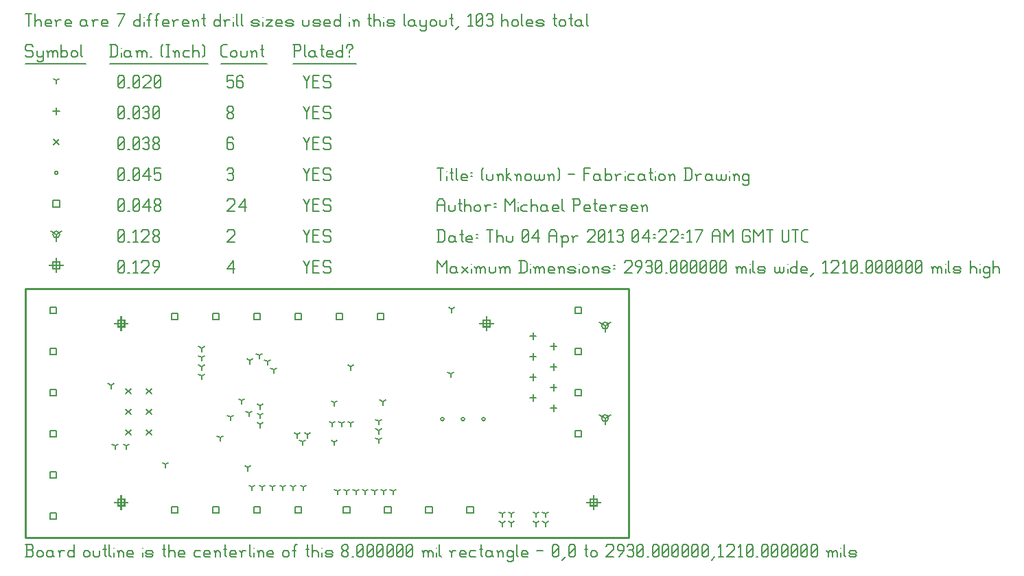
<source format=gbr>
G04 start of page 11 for group -3984 idx -3984 *
G04 Title: (unknown), fab *
G04 Creator: pcb 20110918 *
G04 CreationDate: Thu 04 Apr 2013 04:22:17 AM GMT UTC *
G04 For: railfan *
G04 Format: Gerber/RS-274X *
G04 PCB-Dimensions: 293000 121000 *
G04 PCB-Coordinate-Origin: lower left *
%MOIN*%
%FSLAX25Y25*%
%LNFAB*%
%ADD96C,0.0100*%
%ADD95C,0.0075*%
%ADD94C,0.0060*%
%ADD93R,0.0080X0.0080*%
G54D93*X46500Y107200D02*Y100800D01*
X43300Y104000D02*X49700D01*
X44900Y105600D02*X48100D01*
X44900D02*Y102400D01*
X48100D01*
Y105600D02*Y102400D01*
X46500Y20200D02*Y13800D01*
X43300Y17000D02*X49700D01*
X44900Y18600D02*X48100D01*
X44900D02*Y15400D01*
X48100D01*
Y18600D02*Y15400D01*
X276000Y20200D02*Y13800D01*
X272800Y17000D02*X279200D01*
X274400Y18600D02*X277600D01*
X274400D02*Y15400D01*
X277600D01*
Y18600D02*Y15400D01*
X224000Y107200D02*Y100800D01*
X220800Y104000D02*X227200D01*
X222400Y105600D02*X225600D01*
X222400D02*Y102400D01*
X225600D01*
Y105600D02*Y102400D01*
X15000Y135450D02*Y129050D01*
X11800Y132250D02*X18200D01*
X13400Y133850D02*X16600D01*
X13400D02*Y130650D01*
X16600D01*
Y133850D02*Y130650D01*
G54D94*X135000Y134500D02*X136500Y131500D01*
X138000Y134500D01*
X136500Y131500D02*Y128500D01*
X139800Y131800D02*X142050D01*
X139800Y128500D02*X142800D01*
X139800Y134500D02*Y128500D01*
Y134500D02*X142800D01*
X147600D02*X148350Y133750D01*
X145350Y134500D02*X147600D01*
X144600Y133750D02*X145350Y134500D01*
X144600Y133750D02*Y132250D01*
X145350Y131500D01*
X147600D01*
X148350Y130750D01*
Y129250D01*
X147600Y128500D02*X148350Y129250D01*
X145350Y128500D02*X147600D01*
X144600Y129250D02*X145350Y128500D01*
X98000Y130750D02*X101000Y134500D01*
X98000Y130750D02*X101750D01*
X101000Y134500D02*Y128500D01*
X45000Y129250D02*X45750Y128500D01*
X45000Y133750D02*Y129250D01*
Y133750D02*X45750Y134500D01*
X47250D01*
X48000Y133750D01*
Y129250D01*
X47250Y128500D02*X48000Y129250D01*
X45750Y128500D02*X47250D01*
X45000Y130000D02*X48000Y133000D01*
X49800Y128500D02*X50550D01*
X52350Y133300D02*X53550Y134500D01*
Y128500D01*
X52350D02*X54600D01*
X56400Y133750D02*X57150Y134500D01*
X59400D01*
X60150Y133750D01*
Y132250D01*
X56400Y128500D02*X60150Y132250D01*
X56400Y128500D02*X60150D01*
X62700D02*X64950Y131500D01*
Y133750D02*Y131500D01*
X64200Y134500D02*X64950Y133750D01*
X62700Y134500D02*X64200D01*
X61950Y133750D02*X62700Y134500D01*
X61950Y133750D02*Y132250D01*
X62700Y131500D01*
X64950D01*
X281500Y58000D02*Y54800D01*
Y58000D02*X284273Y59600D01*
X281500Y58000D02*X278727Y59600D01*
X279900Y58000D02*G75*G03X283100Y58000I1600J0D01*G01*
G75*G03X279900Y58000I-1600J0D01*G01*
X281500Y103000D02*Y99800D01*
Y103000D02*X284273Y104600D01*
X281500Y103000D02*X278727Y104600D01*
X279900Y103000D02*G75*G03X283100Y103000I1600J0D01*G01*
G75*G03X279900Y103000I-1600J0D01*G01*
X15000Y147250D02*Y144050D01*
Y147250D02*X17773Y148850D01*
X15000Y147250D02*X12227Y148850D01*
X13400Y147250D02*G75*G03X16600Y147250I1600J0D01*G01*
G75*G03X13400Y147250I-1600J0D01*G01*
X135000Y149500D02*X136500Y146500D01*
X138000Y149500D01*
X136500Y146500D02*Y143500D01*
X139800Y146800D02*X142050D01*
X139800Y143500D02*X142800D01*
X139800Y149500D02*Y143500D01*
Y149500D02*X142800D01*
X147600D02*X148350Y148750D01*
X145350Y149500D02*X147600D01*
X144600Y148750D02*X145350Y149500D01*
X144600Y148750D02*Y147250D01*
X145350Y146500D01*
X147600D01*
X148350Y145750D01*
Y144250D01*
X147600Y143500D02*X148350Y144250D01*
X145350Y143500D02*X147600D01*
X144600Y144250D02*X145350Y143500D01*
X98000Y148750D02*X98750Y149500D01*
X101000D01*
X101750Y148750D01*
Y147250D01*
X98000Y143500D02*X101750Y147250D01*
X98000Y143500D02*X101750D01*
X45000Y144250D02*X45750Y143500D01*
X45000Y148750D02*Y144250D01*
Y148750D02*X45750Y149500D01*
X47250D01*
X48000Y148750D01*
Y144250D01*
X47250Y143500D02*X48000Y144250D01*
X45750Y143500D02*X47250D01*
X45000Y145000D02*X48000Y148000D01*
X49800Y143500D02*X50550D01*
X52350Y148300D02*X53550Y149500D01*
Y143500D01*
X52350D02*X54600D01*
X56400Y148750D02*X57150Y149500D01*
X59400D01*
X60150Y148750D01*
Y147250D01*
X56400Y143500D02*X60150Y147250D01*
X56400Y143500D02*X60150D01*
X61950Y144250D02*X62700Y143500D01*
X61950Y145450D02*Y144250D01*
Y145450D02*X63000Y146500D01*
X63900D01*
X64950Y145450D01*
Y144250D01*
X64200Y143500D02*X64950Y144250D01*
X62700Y143500D02*X64200D01*
X61950Y147550D02*X63000Y146500D01*
X61950Y148750D02*Y147550D01*
Y148750D02*X62700Y149500D01*
X64200D01*
X64950Y148750D01*
Y147550D01*
X63900Y146500D02*X64950Y147550D01*
X11900Y72100D02*X15100D01*
X11900D02*Y68900D01*
X15100D01*
Y72100D02*Y68900D01*
X11900Y52100D02*X15100D01*
X11900D02*Y48900D01*
X15100D01*
Y52100D02*Y48900D01*
X11900Y112100D02*X15100D01*
X11900D02*Y108900D01*
X15100D01*
Y112100D02*Y108900D01*
X11900Y92100D02*X15100D01*
X11900D02*Y88900D01*
X15100D01*
Y92100D02*Y88900D01*
X11900Y32100D02*X15100D01*
X11900D02*Y28900D01*
X15100D01*
Y32100D02*Y28900D01*
X11900Y12100D02*X15100D01*
X11900D02*Y8900D01*
X15100D01*
Y12100D02*Y8900D01*
X110900Y15100D02*X114100D01*
X110900D02*Y11900D01*
X114100D01*
Y15100D02*Y11900D01*
X130900Y15100D02*X134100D01*
X130900D02*Y11900D01*
X134100D01*
Y15100D02*Y11900D01*
X170900Y109100D02*X174100D01*
X170900D02*Y105900D01*
X174100D01*
Y109100D02*Y105900D01*
X150900Y109100D02*X154100D01*
X150900D02*Y105900D01*
X154100D01*
Y109100D02*Y105900D01*
X130900Y109100D02*X134100D01*
X130900D02*Y105900D01*
X134100D01*
Y109100D02*Y105900D01*
X110900Y109100D02*X114100D01*
X110900D02*Y105900D01*
X114100D01*
Y109100D02*Y105900D01*
X90900Y109100D02*X94100D01*
X90900D02*Y105900D01*
X94100D01*
Y109100D02*Y105900D01*
X70900Y109100D02*X74100D01*
X70900D02*Y105900D01*
X74100D01*
Y109100D02*Y105900D01*
X194400Y15100D02*X197600D01*
X194400D02*Y11900D01*
X197600D01*
Y15100D02*Y11900D01*
X214400Y15100D02*X217600D01*
X214400D02*Y11900D01*
X217600D01*
Y15100D02*Y11900D01*
X154400Y15100D02*X157600D01*
X154400D02*Y11900D01*
X157600D01*
Y15100D02*Y11900D01*
X174400Y15100D02*X177600D01*
X174400D02*Y11900D01*
X177600D01*
Y15100D02*Y11900D01*
X266900Y52100D02*X270100D01*
X266900D02*Y48900D01*
X270100D01*
Y52100D02*Y48900D01*
X266900Y72100D02*X270100D01*
X266900D02*Y68900D01*
X270100D01*
Y72100D02*Y68900D01*
X266900Y92100D02*X270100D01*
X266900D02*Y88900D01*
X270100D01*
Y92100D02*Y88900D01*
X266900Y112100D02*X270100D01*
X266900D02*Y108900D01*
X270100D01*
Y112100D02*Y108900D01*
X70900Y15100D02*X74100D01*
X70900D02*Y11900D01*
X74100D01*
Y15100D02*Y11900D01*
X90900Y15100D02*X94100D01*
X90900D02*Y11900D01*
X94100D01*
Y15100D02*Y11900D01*
X13400Y163850D02*X16600D01*
X13400D02*Y160650D01*
X16600D01*
Y163850D02*Y160650D01*
X135000Y164500D02*X136500Y161500D01*
X138000Y164500D01*
X136500Y161500D02*Y158500D01*
X139800Y161800D02*X142050D01*
X139800Y158500D02*X142800D01*
X139800Y164500D02*Y158500D01*
Y164500D02*X142800D01*
X147600D02*X148350Y163750D01*
X145350Y164500D02*X147600D01*
X144600Y163750D02*X145350Y164500D01*
X144600Y163750D02*Y162250D01*
X145350Y161500D01*
X147600D01*
X148350Y160750D01*
Y159250D01*
X147600Y158500D02*X148350Y159250D01*
X145350Y158500D02*X147600D01*
X144600Y159250D02*X145350Y158500D01*
X98000Y163750D02*X98750Y164500D01*
X101000D01*
X101750Y163750D01*
Y162250D01*
X98000Y158500D02*X101750Y162250D01*
X98000Y158500D02*X101750D01*
X103550Y160750D02*X106550Y164500D01*
X103550Y160750D02*X107300D01*
X106550Y164500D02*Y158500D01*
X45000Y159250D02*X45750Y158500D01*
X45000Y163750D02*Y159250D01*
Y163750D02*X45750Y164500D01*
X47250D01*
X48000Y163750D01*
Y159250D01*
X47250Y158500D02*X48000Y159250D01*
X45750Y158500D02*X47250D01*
X45000Y160000D02*X48000Y163000D01*
X49800Y158500D02*X50550D01*
X52350Y159250D02*X53100Y158500D01*
X52350Y163750D02*Y159250D01*
Y163750D02*X53100Y164500D01*
X54600D01*
X55350Y163750D01*
Y159250D01*
X54600Y158500D02*X55350Y159250D01*
X53100Y158500D02*X54600D01*
X52350Y160000D02*X55350Y163000D01*
X57150Y160750D02*X60150Y164500D01*
X57150Y160750D02*X60900D01*
X60150Y164500D02*Y158500D01*
X62700Y159250D02*X63450Y158500D01*
X62700Y160450D02*Y159250D01*
Y160450D02*X63750Y161500D01*
X64650D01*
X65700Y160450D01*
Y159250D01*
X64950Y158500D02*X65700Y159250D01*
X63450Y158500D02*X64950D01*
X62700Y162550D02*X63750Y161500D01*
X62700Y163750D02*Y162550D01*
Y163750D02*X63450Y164500D01*
X64950D01*
X65700Y163750D01*
Y162550D01*
X64650Y161500D02*X65700Y162550D01*
X201700Y57500D02*G75*G03X203300Y57500I800J0D01*G01*
G75*G03X201700Y57500I-800J0D01*G01*
X211700D02*G75*G03X213300Y57500I800J0D01*G01*
G75*G03X211700Y57500I-800J0D01*G01*
X221700D02*G75*G03X223300Y57500I800J0D01*G01*
G75*G03X221700Y57500I-800J0D01*G01*
X14200Y177250D02*G75*G03X15800Y177250I800J0D01*G01*
G75*G03X14200Y177250I-800J0D01*G01*
X135000Y179500D02*X136500Y176500D01*
X138000Y179500D01*
X136500Y176500D02*Y173500D01*
X139800Y176800D02*X142050D01*
X139800Y173500D02*X142800D01*
X139800Y179500D02*Y173500D01*
Y179500D02*X142800D01*
X147600D02*X148350Y178750D01*
X145350Y179500D02*X147600D01*
X144600Y178750D02*X145350Y179500D01*
X144600Y178750D02*Y177250D01*
X145350Y176500D01*
X147600D01*
X148350Y175750D01*
Y174250D01*
X147600Y173500D02*X148350Y174250D01*
X145350Y173500D02*X147600D01*
X144600Y174250D02*X145350Y173500D01*
X98000Y178750D02*X98750Y179500D01*
X100250D01*
X101000Y178750D01*
X100250Y173500D02*X101000Y174250D01*
X98750Y173500D02*X100250D01*
X98000Y174250D02*X98750Y173500D01*
Y176800D02*X100250D01*
X101000Y178750D02*Y177550D01*
Y176050D02*Y174250D01*
Y176050D02*X100250Y176800D01*
X101000Y177550D02*X100250Y176800D01*
X45000Y174250D02*X45750Y173500D01*
X45000Y178750D02*Y174250D01*
Y178750D02*X45750Y179500D01*
X47250D01*
X48000Y178750D01*
Y174250D01*
X47250Y173500D02*X48000Y174250D01*
X45750Y173500D02*X47250D01*
X45000Y175000D02*X48000Y178000D01*
X49800Y173500D02*X50550D01*
X52350Y174250D02*X53100Y173500D01*
X52350Y178750D02*Y174250D01*
Y178750D02*X53100Y179500D01*
X54600D01*
X55350Y178750D01*
Y174250D01*
X54600Y173500D02*X55350Y174250D01*
X53100Y173500D02*X54600D01*
X52350Y175000D02*X55350Y178000D01*
X57150Y175750D02*X60150Y179500D01*
X57150Y175750D02*X60900D01*
X60150Y179500D02*Y173500D01*
X62700Y179500D02*X65700D01*
X62700D02*Y176500D01*
X63450Y177250D01*
X64950D01*
X65700Y176500D01*
Y174250D01*
X64950Y173500D02*X65700Y174250D01*
X63450Y173500D02*X64950D01*
X62700Y174250D02*X63450Y173500D01*
X48800Y72200D02*X51200Y69800D01*
X48800D02*X51200Y72200D01*
X48800Y62200D02*X51200Y59800D01*
X48800D02*X51200Y62200D01*
X48800Y52200D02*X51200Y49800D01*
X48800D02*X51200Y52200D01*
X58800Y72200D02*X61200Y69800D01*
X58800D02*X61200Y72200D01*
X58800Y62200D02*X61200Y59800D01*
X58800D02*X61200Y62200D01*
X58800Y52200D02*X61200Y49800D01*
X58800D02*X61200Y52200D01*
X13800Y193450D02*X16200Y191050D01*
X13800D02*X16200Y193450D01*
X135000Y194500D02*X136500Y191500D01*
X138000Y194500D01*
X136500Y191500D02*Y188500D01*
X139800Y191800D02*X142050D01*
X139800Y188500D02*X142800D01*
X139800Y194500D02*Y188500D01*
Y194500D02*X142800D01*
X147600D02*X148350Y193750D01*
X145350Y194500D02*X147600D01*
X144600Y193750D02*X145350Y194500D01*
X144600Y193750D02*Y192250D01*
X145350Y191500D01*
X147600D01*
X148350Y190750D01*
Y189250D01*
X147600Y188500D02*X148350Y189250D01*
X145350Y188500D02*X147600D01*
X144600Y189250D02*X145350Y188500D01*
X100250Y194500D02*X101000Y193750D01*
X98750Y194500D02*X100250D01*
X98000Y193750D02*X98750Y194500D01*
X98000Y193750D02*Y189250D01*
X98750Y188500D01*
X100250Y191800D02*X101000Y191050D01*
X98000Y191800D02*X100250D01*
X98750Y188500D02*X100250D01*
X101000Y189250D01*
Y191050D02*Y189250D01*
X45000D02*X45750Y188500D01*
X45000Y193750D02*Y189250D01*
Y193750D02*X45750Y194500D01*
X47250D01*
X48000Y193750D01*
Y189250D01*
X47250Y188500D02*X48000Y189250D01*
X45750Y188500D02*X47250D01*
X45000Y190000D02*X48000Y193000D01*
X49800Y188500D02*X50550D01*
X52350Y189250D02*X53100Y188500D01*
X52350Y193750D02*Y189250D01*
Y193750D02*X53100Y194500D01*
X54600D01*
X55350Y193750D01*
Y189250D01*
X54600Y188500D02*X55350Y189250D01*
X53100Y188500D02*X54600D01*
X52350Y190000D02*X55350Y193000D01*
X57150Y193750D02*X57900Y194500D01*
X59400D01*
X60150Y193750D01*
X59400Y188500D02*X60150Y189250D01*
X57900Y188500D02*X59400D01*
X57150Y189250D02*X57900Y188500D01*
Y191800D02*X59400D01*
X60150Y193750D02*Y192550D01*
Y191050D02*Y189250D01*
Y191050D02*X59400Y191800D01*
X60150Y192550D02*X59400Y191800D01*
X61950Y189250D02*X62700Y188500D01*
X61950Y190450D02*Y189250D01*
Y190450D02*X63000Y191500D01*
X63900D01*
X64950Y190450D01*
Y189250D01*
X64200Y188500D02*X64950Y189250D01*
X62700Y188500D02*X64200D01*
X61950Y192550D02*X63000Y191500D01*
X61950Y193750D02*Y192550D01*
Y193750D02*X62700Y194500D01*
X64200D01*
X64950Y193750D01*
Y192550D01*
X63900Y191500D02*X64950Y192550D01*
X256500Y64600D02*Y61400D01*
X254900Y63000D02*X258100D01*
X246500Y69600D02*Y66400D01*
X244900Y68000D02*X248100D01*
X256500Y74600D02*Y71400D01*
X254900Y73000D02*X258100D01*
X246500Y79600D02*Y76400D01*
X244900Y78000D02*X248100D01*
X256500Y84600D02*Y81400D01*
X254900Y83000D02*X258100D01*
X246500Y89600D02*Y86400D01*
X244900Y88000D02*X248100D01*
X256500Y94600D02*Y91400D01*
X254900Y93000D02*X258100D01*
X246500Y99600D02*Y96400D01*
X244900Y98000D02*X248100D01*
X15000Y208850D02*Y205650D01*
X13400Y207250D02*X16600D01*
X135000Y209500D02*X136500Y206500D01*
X138000Y209500D01*
X136500Y206500D02*Y203500D01*
X139800Y206800D02*X142050D01*
X139800Y203500D02*X142800D01*
X139800Y209500D02*Y203500D01*
Y209500D02*X142800D01*
X147600D02*X148350Y208750D01*
X145350Y209500D02*X147600D01*
X144600Y208750D02*X145350Y209500D01*
X144600Y208750D02*Y207250D01*
X145350Y206500D01*
X147600D01*
X148350Y205750D01*
Y204250D01*
X147600Y203500D02*X148350Y204250D01*
X145350Y203500D02*X147600D01*
X144600Y204250D02*X145350Y203500D01*
X98000Y204250D02*X98750Y203500D01*
X98000Y205450D02*Y204250D01*
Y205450D02*X99050Y206500D01*
X99950D01*
X101000Y205450D01*
Y204250D01*
X100250Y203500D02*X101000Y204250D01*
X98750Y203500D02*X100250D01*
X98000Y207550D02*X99050Y206500D01*
X98000Y208750D02*Y207550D01*
Y208750D02*X98750Y209500D01*
X100250D01*
X101000Y208750D01*
Y207550D01*
X99950Y206500D02*X101000Y207550D01*
X45000Y204250D02*X45750Y203500D01*
X45000Y208750D02*Y204250D01*
Y208750D02*X45750Y209500D01*
X47250D01*
X48000Y208750D01*
Y204250D01*
X47250Y203500D02*X48000Y204250D01*
X45750Y203500D02*X47250D01*
X45000Y205000D02*X48000Y208000D01*
X49800Y203500D02*X50550D01*
X52350Y204250D02*X53100Y203500D01*
X52350Y208750D02*Y204250D01*
Y208750D02*X53100Y209500D01*
X54600D01*
X55350Y208750D01*
Y204250D01*
X54600Y203500D02*X55350Y204250D01*
X53100Y203500D02*X54600D01*
X52350Y205000D02*X55350Y208000D01*
X57150Y208750D02*X57900Y209500D01*
X59400D01*
X60150Y208750D01*
X59400Y203500D02*X60150Y204250D01*
X57900Y203500D02*X59400D01*
X57150Y204250D02*X57900Y203500D01*
Y206800D02*X59400D01*
X60150Y208750D02*Y207550D01*
Y206050D02*Y204250D01*
Y206050D02*X59400Y206800D01*
X60150Y207550D02*X59400Y206800D01*
X61950Y204250D02*X62700Y203500D01*
X61950Y208750D02*Y204250D01*
Y208750D02*X62700Y209500D01*
X64200D01*
X64950Y208750D01*
Y204250D01*
X64200Y203500D02*X64950Y204250D01*
X62700Y203500D02*X64200D01*
X61950Y205000D02*X64950Y208000D01*
X150000Y46394D02*Y44794D01*
Y46394D02*X151387Y47194D01*
X150000Y46394D02*X148613Y47194D01*
X150000Y65606D02*Y64006D01*
Y65606D02*X151387Y66406D01*
X150000Y65606D02*X148613Y66406D01*
X252500Y11500D02*Y9900D01*
Y11500D02*X253887Y12300D01*
X252500Y11500D02*X251113Y12300D01*
X252500Y7000D02*Y5400D01*
Y7000D02*X253887Y7800D01*
X252500Y7000D02*X251113Y7800D01*
X248000Y11500D02*Y9900D01*
Y11500D02*X249387Y12300D01*
X248000Y11500D02*X246613Y12300D01*
X248000Y7000D02*Y5400D01*
Y7000D02*X249387Y7800D01*
X248000Y7000D02*X246613Y7800D01*
X236000Y11500D02*Y9900D01*
Y11500D02*X237387Y12300D01*
X236000Y11500D02*X234613Y12300D01*
X236000Y7000D02*Y5400D01*
Y7000D02*X237387Y7800D01*
X236000Y7000D02*X234613Y7800D01*
X231500Y11500D02*Y9900D01*
Y11500D02*X232887Y12300D01*
X231500Y11500D02*X230113Y12300D01*
X231500Y7000D02*Y5400D01*
Y7000D02*X232887Y7800D01*
X231500Y7000D02*X230113Y7800D01*
X206500Y79500D02*Y77900D01*
Y79500D02*X207887Y80300D01*
X206500Y79500D02*X205113Y80300D01*
X207000Y111000D02*Y109400D01*
Y111000D02*X208387Y111800D01*
X207000Y111000D02*X205613Y111800D01*
X171500Y56500D02*Y54900D01*
Y56500D02*X172887Y57300D01*
X171500Y56500D02*X170113Y57300D01*
X171500Y52000D02*Y50400D01*
Y52000D02*X172887Y52800D01*
X171500Y52000D02*X170113Y52800D01*
X171500Y47500D02*Y45900D01*
Y47500D02*X172887Y48300D01*
X171500Y47500D02*X170113Y48300D01*
X149000Y55500D02*Y53900D01*
Y55500D02*X150387Y56300D01*
X149000Y55500D02*X147613Y56300D01*
X153500Y55500D02*Y53900D01*
Y55500D02*X154887Y56300D01*
X153500Y55500D02*X152113Y56300D01*
X158000Y55500D02*Y53900D01*
Y55500D02*X159387Y56300D01*
X158000Y55500D02*X156613Y56300D01*
X132000Y50000D02*Y48400D01*
Y50000D02*X133387Y50800D01*
X132000Y50000D02*X130613Y50800D01*
X151500Y22500D02*Y20900D01*
Y22500D02*X152887Y23300D01*
X151500Y22500D02*X150113Y23300D01*
X156000Y22500D02*Y20900D01*
Y22500D02*X157387Y23300D01*
X156000Y22500D02*X154613Y23300D01*
X160500Y22500D02*Y20900D01*
Y22500D02*X161887Y23300D01*
X160500Y22500D02*X159113Y23300D01*
X165000Y22500D02*Y20900D01*
Y22500D02*X166387Y23300D01*
X165000Y22500D02*X163613Y23300D01*
X169500Y22500D02*Y20900D01*
Y22500D02*X170887Y23300D01*
X169500Y22500D02*X168113Y23300D01*
X174000Y22500D02*Y20900D01*
Y22500D02*X175387Y23300D01*
X174000Y22500D02*X172613Y23300D01*
X178500Y22500D02*Y20900D01*
Y22500D02*X179887Y23300D01*
X178500Y22500D02*X177113Y23300D01*
X114000Y64000D02*Y62400D01*
Y64000D02*X115387Y64800D01*
X114000Y64000D02*X112613Y64800D01*
X114000Y59500D02*Y57900D01*
Y59500D02*X115387Y60300D01*
X114000Y59500D02*X112613Y60300D01*
X114000Y55000D02*Y53400D01*
Y55000D02*X115387Y55800D01*
X114000Y55000D02*X112613Y55800D01*
X99500Y58500D02*Y56900D01*
Y58500D02*X100887Y59300D01*
X99500Y58500D02*X98113Y59300D01*
X108000Y34000D02*Y32400D01*
Y34000D02*X109387Y34800D01*
X108000Y34000D02*X106613Y34800D01*
X108500Y60500D02*Y58900D01*
Y60500D02*X109887Y61300D01*
X108500Y60500D02*X107113Y61300D01*
X120500Y81500D02*Y79900D01*
Y81500D02*X121887Y82300D01*
X120500Y81500D02*X119113Y82300D01*
X105000Y66500D02*Y64900D01*
Y66500D02*X106387Y67300D01*
X105000Y66500D02*X103613Y67300D01*
X68000Y35500D02*Y33900D01*
Y35500D02*X69387Y36300D01*
X68000Y35500D02*X66613Y36300D01*
X94500Y48500D02*Y46900D01*
Y48500D02*X95887Y49300D01*
X94500Y48500D02*X93113Y49300D01*
X85500Y78500D02*Y76900D01*
Y78500D02*X86887Y79300D01*
X85500Y78500D02*X84113Y79300D01*
X85500Y83000D02*Y81400D01*
Y83000D02*X86887Y83800D01*
X85500Y83000D02*X84113Y83800D01*
X85500Y87500D02*Y85900D01*
Y87500D02*X86887Y88300D01*
X85500Y87500D02*X84113Y88300D01*
X85500Y92000D02*Y90400D01*
Y92000D02*X86887Y92800D01*
X85500Y92000D02*X84113Y92800D01*
X41500Y74000D02*Y72400D01*
Y74000D02*X42887Y74800D01*
X41500Y74000D02*X40113Y74800D01*
X137000Y50000D02*Y48400D01*
Y50000D02*X138387Y50800D01*
X137000Y50000D02*X135613Y50800D01*
X134500Y46500D02*Y44900D01*
Y46500D02*X135887Y47300D01*
X134500Y46500D02*X133113Y47300D01*
X110000Y24500D02*Y22900D01*
Y24500D02*X111387Y25300D01*
X110000Y24500D02*X108613Y25300D01*
X115000Y24500D02*Y22900D01*
Y24500D02*X116387Y25300D01*
X115000Y24500D02*X113613Y25300D01*
X120000Y24500D02*Y22900D01*
Y24500D02*X121387Y25300D01*
X120000Y24500D02*X118613Y25300D01*
X125000Y24500D02*Y22900D01*
Y24500D02*X126387Y25300D01*
X125000Y24500D02*X123613Y25300D01*
X130000Y24500D02*Y22900D01*
Y24500D02*X131387Y25300D01*
X130000Y24500D02*X128613Y25300D01*
X135000Y24500D02*Y22900D01*
Y24500D02*X136387Y25300D01*
X135000Y24500D02*X133613Y25300D01*
X158000Y83000D02*Y81400D01*
Y83000D02*X159387Y83800D01*
X158000Y83000D02*X156613Y83800D01*
X173500Y66000D02*Y64400D01*
Y66000D02*X174887Y66800D01*
X173500Y66000D02*X172113Y66800D01*
X117500Y85500D02*Y83900D01*
Y85500D02*X118887Y86300D01*
X117500Y85500D02*X116113Y86300D01*
X109000Y86000D02*Y84400D01*
Y86000D02*X110387Y86800D01*
X109000Y86000D02*X107613Y86800D01*
X113500Y88500D02*Y86900D01*
Y88500D02*X114887Y89300D01*
X113500Y88500D02*X112113Y89300D01*
X43500Y44500D02*Y42900D01*
Y44500D02*X44887Y45300D01*
X43500Y44500D02*X42113Y45300D01*
X49000Y44500D02*Y42900D01*
Y44500D02*X50387Y45300D01*
X49000Y44500D02*X47613Y45300D01*
X15000Y222250D02*Y220650D01*
Y222250D02*X16387Y223050D01*
X15000Y222250D02*X13613Y223050D01*
X135000Y224500D02*X136500Y221500D01*
X138000Y224500D01*
X136500Y221500D02*Y218500D01*
X139800Y221800D02*X142050D01*
X139800Y218500D02*X142800D01*
X139800Y224500D02*Y218500D01*
Y224500D02*X142800D01*
X147600D02*X148350Y223750D01*
X145350Y224500D02*X147600D01*
X144600Y223750D02*X145350Y224500D01*
X144600Y223750D02*Y222250D01*
X145350Y221500D01*
X147600D01*
X148350Y220750D01*
Y219250D01*
X147600Y218500D02*X148350Y219250D01*
X145350Y218500D02*X147600D01*
X144600Y219250D02*X145350Y218500D01*
X98000Y224500D02*X101000D01*
X98000D02*Y221500D01*
X98750Y222250D01*
X100250D01*
X101000Y221500D01*
Y219250D01*
X100250Y218500D02*X101000Y219250D01*
X98750Y218500D02*X100250D01*
X98000Y219250D02*X98750Y218500D01*
X105050Y224500D02*X105800Y223750D01*
X103550Y224500D02*X105050D01*
X102800Y223750D02*X103550Y224500D01*
X102800Y223750D02*Y219250D01*
X103550Y218500D01*
X105050Y221800D02*X105800Y221050D01*
X102800Y221800D02*X105050D01*
X103550Y218500D02*X105050D01*
X105800Y219250D01*
Y221050D02*Y219250D01*
X45000D02*X45750Y218500D01*
X45000Y223750D02*Y219250D01*
Y223750D02*X45750Y224500D01*
X47250D01*
X48000Y223750D01*
Y219250D01*
X47250Y218500D02*X48000Y219250D01*
X45750Y218500D02*X47250D01*
X45000Y220000D02*X48000Y223000D01*
X49800Y218500D02*X50550D01*
X52350Y219250D02*X53100Y218500D01*
X52350Y223750D02*Y219250D01*
Y223750D02*X53100Y224500D01*
X54600D01*
X55350Y223750D01*
Y219250D01*
X54600Y218500D02*X55350Y219250D01*
X53100Y218500D02*X54600D01*
X52350Y220000D02*X55350Y223000D01*
X57150Y223750D02*X57900Y224500D01*
X60150D01*
X60900Y223750D01*
Y222250D01*
X57150Y218500D02*X60900Y222250D01*
X57150Y218500D02*X60900D01*
X62700Y219250D02*X63450Y218500D01*
X62700Y223750D02*Y219250D01*
Y223750D02*X63450Y224500D01*
X64950D01*
X65700Y223750D01*
Y219250D01*
X64950Y218500D02*X65700Y219250D01*
X63450Y218500D02*X64950D01*
X62700Y220000D02*X65700Y223000D01*
X3000Y239500D02*X3750Y238750D01*
X750Y239500D02*X3000D01*
X0Y238750D02*X750Y239500D01*
X0Y238750D02*Y237250D01*
X750Y236500D01*
X3000D01*
X3750Y235750D01*
Y234250D01*
X3000Y233500D02*X3750Y234250D01*
X750Y233500D02*X3000D01*
X0Y234250D02*X750Y233500D01*
X5550Y236500D02*Y234250D01*
X6300Y233500D01*
X8550Y236500D02*Y232000D01*
X7800Y231250D02*X8550Y232000D01*
X6300Y231250D02*X7800D01*
X5550Y232000D02*X6300Y231250D01*
Y233500D02*X7800D01*
X8550Y234250D01*
X11100Y235750D02*Y233500D01*
Y235750D02*X11850Y236500D01*
X12600D01*
X13350Y235750D01*
Y233500D01*
Y235750D02*X14100Y236500D01*
X14850D01*
X15600Y235750D01*
Y233500D01*
X10350Y236500D02*X11100Y235750D01*
X17400Y239500D02*Y233500D01*
Y234250D02*X18150Y233500D01*
X19650D01*
X20400Y234250D01*
Y235750D02*Y234250D01*
X19650Y236500D02*X20400Y235750D01*
X18150Y236500D02*X19650D01*
X17400Y235750D02*X18150Y236500D01*
X22200Y235750D02*Y234250D01*
Y235750D02*X22950Y236500D01*
X24450D01*
X25200Y235750D01*
Y234250D01*
X24450Y233500D02*X25200Y234250D01*
X22950Y233500D02*X24450D01*
X22200Y234250D02*X22950Y233500D01*
X27000Y239500D02*Y234250D01*
X27750Y233500D01*
X0Y230250D02*X29250D01*
X41750Y239500D02*Y233500D01*
X43700Y239500D02*X44750Y238450D01*
Y234550D01*
X43700Y233500D02*X44750Y234550D01*
X41000Y233500D02*X43700D01*
X41000Y239500D02*X43700D01*
G54D95*X46550Y238000D02*Y237850D01*
G54D94*Y235750D02*Y233500D01*
X50300Y236500D02*X51050Y235750D01*
X48800Y236500D02*X50300D01*
X48050Y235750D02*X48800Y236500D01*
X48050Y235750D02*Y234250D01*
X48800Y233500D01*
X51050Y236500D02*Y234250D01*
X51800Y233500D01*
X48800D02*X50300D01*
X51050Y234250D01*
X54350Y235750D02*Y233500D01*
Y235750D02*X55100Y236500D01*
X55850D01*
X56600Y235750D01*
Y233500D01*
Y235750D02*X57350Y236500D01*
X58100D01*
X58850Y235750D01*
Y233500D01*
X53600Y236500D02*X54350Y235750D01*
X60650Y233500D02*X61400D01*
X65900Y234250D02*X66650Y233500D01*
X65900Y238750D02*X66650Y239500D01*
X65900Y238750D02*Y234250D01*
X68450Y239500D02*X69950D01*
X69200D02*Y233500D01*
X68450D02*X69950D01*
X72500Y235750D02*Y233500D01*
Y235750D02*X73250Y236500D01*
X74000D01*
X74750Y235750D01*
Y233500D01*
X71750Y236500D02*X72500Y235750D01*
X77300Y236500D02*X79550D01*
X76550Y235750D02*X77300Y236500D01*
X76550Y235750D02*Y234250D01*
X77300Y233500D01*
X79550D01*
X81350Y239500D02*Y233500D01*
Y235750D02*X82100Y236500D01*
X83600D01*
X84350Y235750D01*
Y233500D01*
X86150Y239500D02*X86900Y238750D01*
Y234250D01*
X86150Y233500D02*X86900Y234250D01*
X41000Y230250D02*X88700D01*
X96050Y233500D02*X98000D01*
X95000Y234550D02*X96050Y233500D01*
X95000Y238450D02*Y234550D01*
Y238450D02*X96050Y239500D01*
X98000D01*
X99800Y235750D02*Y234250D01*
Y235750D02*X100550Y236500D01*
X102050D01*
X102800Y235750D01*
Y234250D01*
X102050Y233500D02*X102800Y234250D01*
X100550Y233500D02*X102050D01*
X99800Y234250D02*X100550Y233500D01*
X104600Y236500D02*Y234250D01*
X105350Y233500D01*
X106850D01*
X107600Y234250D01*
Y236500D02*Y234250D01*
X110150Y235750D02*Y233500D01*
Y235750D02*X110900Y236500D01*
X111650D01*
X112400Y235750D01*
Y233500D01*
X109400Y236500D02*X110150Y235750D01*
X114950Y239500D02*Y234250D01*
X115700Y233500D01*
X114200Y237250D02*X115700D01*
X95000Y230250D02*X117200D01*
X130750Y239500D02*Y233500D01*
X130000Y239500D02*X133000D01*
X133750Y238750D01*
Y237250D01*
X133000Y236500D02*X133750Y237250D01*
X130750Y236500D02*X133000D01*
X135550Y239500D02*Y234250D01*
X136300Y233500D01*
X140050Y236500D02*X140800Y235750D01*
X138550Y236500D02*X140050D01*
X137800Y235750D02*X138550Y236500D01*
X137800Y235750D02*Y234250D01*
X138550Y233500D01*
X140800Y236500D02*Y234250D01*
X141550Y233500D01*
X138550D02*X140050D01*
X140800Y234250D01*
X144100Y239500D02*Y234250D01*
X144850Y233500D01*
X143350Y237250D02*X144850D01*
X147100Y233500D02*X149350D01*
X146350Y234250D02*X147100Y233500D01*
X146350Y235750D02*Y234250D01*
Y235750D02*X147100Y236500D01*
X148600D01*
X149350Y235750D01*
X146350Y235000D02*X149350D01*
Y235750D02*Y235000D01*
X154150Y239500D02*Y233500D01*
X153400D02*X154150Y234250D01*
X151900Y233500D02*X153400D01*
X151150Y234250D02*X151900Y233500D01*
X151150Y235750D02*Y234250D01*
Y235750D02*X151900Y236500D01*
X153400D01*
X154150Y235750D01*
X157450Y236500D02*Y235750D01*
Y234250D02*Y233500D01*
X155950Y238750D02*Y238000D01*
Y238750D02*X156700Y239500D01*
X158200D01*
X158950Y238750D01*
Y238000D01*
X157450Y236500D02*X158950Y238000D01*
X130000Y230250D02*X160750D01*
X0Y254500D02*X3000D01*
X1500D02*Y248500D01*
X4800Y254500D02*Y248500D01*
Y250750D02*X5550Y251500D01*
X7050D01*
X7800Y250750D01*
Y248500D01*
X10350D02*X12600D01*
X9600Y249250D02*X10350Y248500D01*
X9600Y250750D02*Y249250D01*
Y250750D02*X10350Y251500D01*
X11850D01*
X12600Y250750D01*
X9600Y250000D02*X12600D01*
Y250750D02*Y250000D01*
X15150Y250750D02*Y248500D01*
Y250750D02*X15900Y251500D01*
X17400D01*
X14400D02*X15150Y250750D01*
X19950Y248500D02*X22200D01*
X19200Y249250D02*X19950Y248500D01*
X19200Y250750D02*Y249250D01*
Y250750D02*X19950Y251500D01*
X21450D01*
X22200Y250750D01*
X19200Y250000D02*X22200D01*
Y250750D02*Y250000D01*
X28950Y251500D02*X29700Y250750D01*
X27450Y251500D02*X28950D01*
X26700Y250750D02*X27450Y251500D01*
X26700Y250750D02*Y249250D01*
X27450Y248500D01*
X29700Y251500D02*Y249250D01*
X30450Y248500D01*
X27450D02*X28950D01*
X29700Y249250D01*
X33000Y250750D02*Y248500D01*
Y250750D02*X33750Y251500D01*
X35250D01*
X32250D02*X33000Y250750D01*
X37800Y248500D02*X40050D01*
X37050Y249250D02*X37800Y248500D01*
X37050Y250750D02*Y249250D01*
Y250750D02*X37800Y251500D01*
X39300D01*
X40050Y250750D01*
X37050Y250000D02*X40050D01*
Y250750D02*Y250000D01*
X45300Y248500D02*X48300Y254500D01*
X44550D02*X48300D01*
X55800D02*Y248500D01*
X55050D02*X55800Y249250D01*
X53550Y248500D02*X55050D01*
X52800Y249250D02*X53550Y248500D01*
X52800Y250750D02*Y249250D01*
Y250750D02*X53550Y251500D01*
X55050D01*
X55800Y250750D01*
G54D95*X57600Y253000D02*Y252850D01*
G54D94*Y250750D02*Y248500D01*
X59850Y253750D02*Y248500D01*
Y253750D02*X60600Y254500D01*
X61350D01*
X59100Y251500D02*X60600D01*
X63600Y253750D02*Y248500D01*
Y253750D02*X64350Y254500D01*
X65100D01*
X62850Y251500D02*X64350D01*
X67350Y248500D02*X69600D01*
X66600Y249250D02*X67350Y248500D01*
X66600Y250750D02*Y249250D01*
Y250750D02*X67350Y251500D01*
X68850D01*
X69600Y250750D01*
X66600Y250000D02*X69600D01*
Y250750D02*Y250000D01*
X72150Y250750D02*Y248500D01*
Y250750D02*X72900Y251500D01*
X74400D01*
X71400D02*X72150Y250750D01*
X76950Y248500D02*X79200D01*
X76200Y249250D02*X76950Y248500D01*
X76200Y250750D02*Y249250D01*
Y250750D02*X76950Y251500D01*
X78450D01*
X79200Y250750D01*
X76200Y250000D02*X79200D01*
Y250750D02*Y250000D01*
X81750Y250750D02*Y248500D01*
Y250750D02*X82500Y251500D01*
X83250D01*
X84000Y250750D01*
Y248500D01*
X81000Y251500D02*X81750Y250750D01*
X86550Y254500D02*Y249250D01*
X87300Y248500D01*
X85800Y252250D02*X87300D01*
X94500Y254500D02*Y248500D01*
X93750D02*X94500Y249250D01*
X92250Y248500D02*X93750D01*
X91500Y249250D02*X92250Y248500D01*
X91500Y250750D02*Y249250D01*
Y250750D02*X92250Y251500D01*
X93750D01*
X94500Y250750D01*
X97050D02*Y248500D01*
Y250750D02*X97800Y251500D01*
X99300D01*
X96300D02*X97050Y250750D01*
G54D95*X101100Y253000D02*Y252850D01*
G54D94*Y250750D02*Y248500D01*
X102600Y254500D02*Y249250D01*
X103350Y248500D01*
X104850Y254500D02*Y249250D01*
X105600Y248500D01*
X110550D02*X112800D01*
X113550Y249250D01*
X112800Y250000D02*X113550Y249250D01*
X110550Y250000D02*X112800D01*
X109800Y250750D02*X110550Y250000D01*
X109800Y250750D02*X110550Y251500D01*
X112800D01*
X113550Y250750D01*
X109800Y249250D02*X110550Y248500D01*
G54D95*X115350Y253000D02*Y252850D01*
G54D94*Y250750D02*Y248500D01*
X116850Y251500D02*X119850D01*
X116850Y248500D02*X119850Y251500D01*
X116850Y248500D02*X119850D01*
X122400D02*X124650D01*
X121650Y249250D02*X122400Y248500D01*
X121650Y250750D02*Y249250D01*
Y250750D02*X122400Y251500D01*
X123900D01*
X124650Y250750D01*
X121650Y250000D02*X124650D01*
Y250750D02*Y250000D01*
X127200Y248500D02*X129450D01*
X130200Y249250D01*
X129450Y250000D02*X130200Y249250D01*
X127200Y250000D02*X129450D01*
X126450Y250750D02*X127200Y250000D01*
X126450Y250750D02*X127200Y251500D01*
X129450D01*
X130200Y250750D01*
X126450Y249250D02*X127200Y248500D01*
X134700Y251500D02*Y249250D01*
X135450Y248500D01*
X136950D01*
X137700Y249250D01*
Y251500D02*Y249250D01*
X140250Y248500D02*X142500D01*
X143250Y249250D01*
X142500Y250000D02*X143250Y249250D01*
X140250Y250000D02*X142500D01*
X139500Y250750D02*X140250Y250000D01*
X139500Y250750D02*X140250Y251500D01*
X142500D01*
X143250Y250750D01*
X139500Y249250D02*X140250Y248500D01*
X145800D02*X148050D01*
X145050Y249250D02*X145800Y248500D01*
X145050Y250750D02*Y249250D01*
Y250750D02*X145800Y251500D01*
X147300D01*
X148050Y250750D01*
X145050Y250000D02*X148050D01*
Y250750D02*Y250000D01*
X152850Y254500D02*Y248500D01*
X152100D02*X152850Y249250D01*
X150600Y248500D02*X152100D01*
X149850Y249250D02*X150600Y248500D01*
X149850Y250750D02*Y249250D01*
Y250750D02*X150600Y251500D01*
X152100D01*
X152850Y250750D01*
G54D95*X157350Y253000D02*Y252850D01*
G54D94*Y250750D02*Y248500D01*
X159600Y250750D02*Y248500D01*
Y250750D02*X160350Y251500D01*
X161100D01*
X161850Y250750D01*
Y248500D01*
X158850Y251500D02*X159600Y250750D01*
X167100Y254500D02*Y249250D01*
X167850Y248500D01*
X166350Y252250D02*X167850D01*
X169350Y254500D02*Y248500D01*
Y250750D02*X170100Y251500D01*
X171600D01*
X172350Y250750D01*
Y248500D01*
G54D95*X174150Y253000D02*Y252850D01*
G54D94*Y250750D02*Y248500D01*
X176400D02*X178650D01*
X179400Y249250D01*
X178650Y250000D02*X179400Y249250D01*
X176400Y250000D02*X178650D01*
X175650Y250750D02*X176400Y250000D01*
X175650Y250750D02*X176400Y251500D01*
X178650D01*
X179400Y250750D01*
X175650Y249250D02*X176400Y248500D01*
X183900Y254500D02*Y249250D01*
X184650Y248500D01*
X188400Y251500D02*X189150Y250750D01*
X186900Y251500D02*X188400D01*
X186150Y250750D02*X186900Y251500D01*
X186150Y250750D02*Y249250D01*
X186900Y248500D01*
X189150Y251500D02*Y249250D01*
X189900Y248500D01*
X186900D02*X188400D01*
X189150Y249250D01*
X191700Y251500D02*Y249250D01*
X192450Y248500D01*
X194700Y251500D02*Y247000D01*
X193950Y246250D02*X194700Y247000D01*
X192450Y246250D02*X193950D01*
X191700Y247000D02*X192450Y246250D01*
Y248500D02*X193950D01*
X194700Y249250D01*
X196500Y250750D02*Y249250D01*
Y250750D02*X197250Y251500D01*
X198750D01*
X199500Y250750D01*
Y249250D01*
X198750Y248500D02*X199500Y249250D01*
X197250Y248500D02*X198750D01*
X196500Y249250D02*X197250Y248500D01*
X201300Y251500D02*Y249250D01*
X202050Y248500D01*
X203550D01*
X204300Y249250D01*
Y251500D02*Y249250D01*
X206850Y254500D02*Y249250D01*
X207600Y248500D01*
X206100Y252250D02*X207600D01*
X209100Y247000D02*X210600Y248500D01*
X215100Y253300D02*X216300Y254500D01*
Y248500D01*
X215100D02*X217350D01*
X219150Y249250D02*X219900Y248500D01*
X219150Y253750D02*Y249250D01*
Y253750D02*X219900Y254500D01*
X221400D01*
X222150Y253750D01*
Y249250D01*
X221400Y248500D02*X222150Y249250D01*
X219900Y248500D02*X221400D01*
X219150Y250000D02*X222150Y253000D01*
X223950Y253750D02*X224700Y254500D01*
X226200D01*
X226950Y253750D01*
X226200Y248500D02*X226950Y249250D01*
X224700Y248500D02*X226200D01*
X223950Y249250D02*X224700Y248500D01*
Y251800D02*X226200D01*
X226950Y253750D02*Y252550D01*
Y251050D02*Y249250D01*
Y251050D02*X226200Y251800D01*
X226950Y252550D02*X226200Y251800D01*
X231450Y254500D02*Y248500D01*
Y250750D02*X232200Y251500D01*
X233700D01*
X234450Y250750D01*
Y248500D01*
X236250Y250750D02*Y249250D01*
Y250750D02*X237000Y251500D01*
X238500D01*
X239250Y250750D01*
Y249250D01*
X238500Y248500D02*X239250Y249250D01*
X237000Y248500D02*X238500D01*
X236250Y249250D02*X237000Y248500D01*
X241050Y254500D02*Y249250D01*
X241800Y248500D01*
X244050D02*X246300D01*
X243300Y249250D02*X244050Y248500D01*
X243300Y250750D02*Y249250D01*
Y250750D02*X244050Y251500D01*
X245550D01*
X246300Y250750D01*
X243300Y250000D02*X246300D01*
Y250750D02*Y250000D01*
X248850Y248500D02*X251100D01*
X251850Y249250D01*
X251100Y250000D02*X251850Y249250D01*
X248850Y250000D02*X251100D01*
X248100Y250750D02*X248850Y250000D01*
X248100Y250750D02*X248850Y251500D01*
X251100D01*
X251850Y250750D01*
X248100Y249250D02*X248850Y248500D01*
X257100Y254500D02*Y249250D01*
X257850Y248500D01*
X256350Y252250D02*X257850D01*
X259350Y250750D02*Y249250D01*
Y250750D02*X260100Y251500D01*
X261600D01*
X262350Y250750D01*
Y249250D01*
X261600Y248500D02*X262350Y249250D01*
X260100Y248500D02*X261600D01*
X259350Y249250D02*X260100Y248500D01*
X264900Y254500D02*Y249250D01*
X265650Y248500D01*
X264150Y252250D02*X265650D01*
X269400Y251500D02*X270150Y250750D01*
X267900Y251500D02*X269400D01*
X267150Y250750D02*X267900Y251500D01*
X267150Y250750D02*Y249250D01*
X267900Y248500D01*
X270150Y251500D02*Y249250D01*
X270900Y248500D01*
X267900D02*X269400D01*
X270150Y249250D01*
X272700Y254500D02*Y249250D01*
X273450Y248500D01*
G54D96*X0Y121000D02*X293000D01*
X0D02*Y0D01*
X293000Y121000D02*Y0D01*
X0D02*X293000D01*
G54D94*X200000Y134500D02*Y128500D01*
Y134500D02*X202250Y131500D01*
X204500Y134500D01*
Y128500D01*
X208550Y131500D02*X209300Y130750D01*
X207050Y131500D02*X208550D01*
X206300Y130750D02*X207050Y131500D01*
X206300Y130750D02*Y129250D01*
X207050Y128500D01*
X209300Y131500D02*Y129250D01*
X210050Y128500D01*
X207050D02*X208550D01*
X209300Y129250D01*
X211850Y131500D02*X214850Y128500D01*
X211850D02*X214850Y131500D01*
G54D95*X216650Y133000D02*Y132850D01*
G54D94*Y130750D02*Y128500D01*
X218900Y130750D02*Y128500D01*
Y130750D02*X219650Y131500D01*
X220400D01*
X221150Y130750D01*
Y128500D01*
Y130750D02*X221900Y131500D01*
X222650D01*
X223400Y130750D01*
Y128500D01*
X218150Y131500D02*X218900Y130750D01*
X225200Y131500D02*Y129250D01*
X225950Y128500D01*
X227450D01*
X228200Y129250D01*
Y131500D02*Y129250D01*
X230750Y130750D02*Y128500D01*
Y130750D02*X231500Y131500D01*
X232250D01*
X233000Y130750D01*
Y128500D01*
Y130750D02*X233750Y131500D01*
X234500D01*
X235250Y130750D01*
Y128500D01*
X230000Y131500D02*X230750Y130750D01*
X240500Y134500D02*Y128500D01*
X242450Y134500D02*X243500Y133450D01*
Y129550D01*
X242450Y128500D02*X243500Y129550D01*
X239750Y128500D02*X242450D01*
X239750Y134500D02*X242450D01*
G54D95*X245300Y133000D02*Y132850D01*
G54D94*Y130750D02*Y128500D01*
X247550Y130750D02*Y128500D01*
Y130750D02*X248300Y131500D01*
X249050D01*
X249800Y130750D01*
Y128500D01*
Y130750D02*X250550Y131500D01*
X251300D01*
X252050Y130750D01*
Y128500D01*
X246800Y131500D02*X247550Y130750D01*
X254600Y128500D02*X256850D01*
X253850Y129250D02*X254600Y128500D01*
X253850Y130750D02*Y129250D01*
Y130750D02*X254600Y131500D01*
X256100D01*
X256850Y130750D01*
X253850Y130000D02*X256850D01*
Y130750D02*Y130000D01*
X259400Y130750D02*Y128500D01*
Y130750D02*X260150Y131500D01*
X260900D01*
X261650Y130750D01*
Y128500D01*
X258650Y131500D02*X259400Y130750D01*
X264200Y128500D02*X266450D01*
X267200Y129250D01*
X266450Y130000D02*X267200Y129250D01*
X264200Y130000D02*X266450D01*
X263450Y130750D02*X264200Y130000D01*
X263450Y130750D02*X264200Y131500D01*
X266450D01*
X267200Y130750D01*
X263450Y129250D02*X264200Y128500D01*
G54D95*X269000Y133000D02*Y132850D01*
G54D94*Y130750D02*Y128500D01*
X270500Y130750D02*Y129250D01*
Y130750D02*X271250Y131500D01*
X272750D01*
X273500Y130750D01*
Y129250D01*
X272750Y128500D02*X273500Y129250D01*
X271250Y128500D02*X272750D01*
X270500Y129250D02*X271250Y128500D01*
X276050Y130750D02*Y128500D01*
Y130750D02*X276800Y131500D01*
X277550D01*
X278300Y130750D01*
Y128500D01*
X275300Y131500D02*X276050Y130750D01*
X280850Y128500D02*X283100D01*
X283850Y129250D01*
X283100Y130000D02*X283850Y129250D01*
X280850Y130000D02*X283100D01*
X280100Y130750D02*X280850Y130000D01*
X280100Y130750D02*X280850Y131500D01*
X283100D01*
X283850Y130750D01*
X280100Y129250D02*X280850Y128500D01*
X285650Y132250D02*X286400D01*
X285650Y130750D02*X286400D01*
X290900Y133750D02*X291650Y134500D01*
X293900D01*
X294650Y133750D01*
Y132250D01*
X290900Y128500D02*X294650Y132250D01*
X290900Y128500D02*X294650D01*
X297200D02*X299450Y131500D01*
Y133750D02*Y131500D01*
X298700Y134500D02*X299450Y133750D01*
X297200Y134500D02*X298700D01*
X296450Y133750D02*X297200Y134500D01*
X296450Y133750D02*Y132250D01*
X297200Y131500D01*
X299450D01*
X301250Y133750D02*X302000Y134500D01*
X303500D01*
X304250Y133750D01*
X303500Y128500D02*X304250Y129250D01*
X302000Y128500D02*X303500D01*
X301250Y129250D02*X302000Y128500D01*
Y131800D02*X303500D01*
X304250Y133750D02*Y132550D01*
Y131050D02*Y129250D01*
Y131050D02*X303500Y131800D01*
X304250Y132550D02*X303500Y131800D01*
X306050Y129250D02*X306800Y128500D01*
X306050Y133750D02*Y129250D01*
Y133750D02*X306800Y134500D01*
X308300D01*
X309050Y133750D01*
Y129250D01*
X308300Y128500D02*X309050Y129250D01*
X306800Y128500D02*X308300D01*
X306050Y130000D02*X309050Y133000D01*
X310850Y128500D02*X311600D01*
X313400Y129250D02*X314150Y128500D01*
X313400Y133750D02*Y129250D01*
Y133750D02*X314150Y134500D01*
X315650D01*
X316400Y133750D01*
Y129250D01*
X315650Y128500D02*X316400Y129250D01*
X314150Y128500D02*X315650D01*
X313400Y130000D02*X316400Y133000D01*
X318200Y129250D02*X318950Y128500D01*
X318200Y133750D02*Y129250D01*
Y133750D02*X318950Y134500D01*
X320450D01*
X321200Y133750D01*
Y129250D01*
X320450Y128500D02*X321200Y129250D01*
X318950Y128500D02*X320450D01*
X318200Y130000D02*X321200Y133000D01*
X323000Y129250D02*X323750Y128500D01*
X323000Y133750D02*Y129250D01*
Y133750D02*X323750Y134500D01*
X325250D01*
X326000Y133750D01*
Y129250D01*
X325250Y128500D02*X326000Y129250D01*
X323750Y128500D02*X325250D01*
X323000Y130000D02*X326000Y133000D01*
X327800Y129250D02*X328550Y128500D01*
X327800Y133750D02*Y129250D01*
Y133750D02*X328550Y134500D01*
X330050D01*
X330800Y133750D01*
Y129250D01*
X330050Y128500D02*X330800Y129250D01*
X328550Y128500D02*X330050D01*
X327800Y130000D02*X330800Y133000D01*
X332600Y129250D02*X333350Y128500D01*
X332600Y133750D02*Y129250D01*
Y133750D02*X333350Y134500D01*
X334850D01*
X335600Y133750D01*
Y129250D01*
X334850Y128500D02*X335600Y129250D01*
X333350Y128500D02*X334850D01*
X332600Y130000D02*X335600Y133000D01*
X337400Y129250D02*X338150Y128500D01*
X337400Y133750D02*Y129250D01*
Y133750D02*X338150Y134500D01*
X339650D01*
X340400Y133750D01*
Y129250D01*
X339650Y128500D02*X340400Y129250D01*
X338150Y128500D02*X339650D01*
X337400Y130000D02*X340400Y133000D01*
X345650Y130750D02*Y128500D01*
Y130750D02*X346400Y131500D01*
X347150D01*
X347900Y130750D01*
Y128500D01*
Y130750D02*X348650Y131500D01*
X349400D01*
X350150Y130750D01*
Y128500D01*
X344900Y131500D02*X345650Y130750D01*
G54D95*X351950Y133000D02*Y132850D01*
G54D94*Y130750D02*Y128500D01*
X353450Y134500D02*Y129250D01*
X354200Y128500D01*
X356450D02*X358700D01*
X359450Y129250D01*
X358700Y130000D02*X359450Y129250D01*
X356450Y130000D02*X358700D01*
X355700Y130750D02*X356450Y130000D01*
X355700Y130750D02*X356450Y131500D01*
X358700D01*
X359450Y130750D01*
X355700Y129250D02*X356450Y128500D01*
X363950Y131500D02*Y129250D01*
X364700Y128500D01*
X365450D01*
X366200Y129250D01*
Y131500D02*Y129250D01*
X366950Y128500D01*
X367700D01*
X368450Y129250D01*
Y131500D02*Y129250D01*
G54D95*X370250Y133000D02*Y132850D01*
G54D94*Y130750D02*Y128500D01*
X374750Y134500D02*Y128500D01*
X374000D02*X374750Y129250D01*
X372500Y128500D02*X374000D01*
X371750Y129250D02*X372500Y128500D01*
X371750Y130750D02*Y129250D01*
Y130750D02*X372500Y131500D01*
X374000D01*
X374750Y130750D01*
X377300Y128500D02*X379550D01*
X376550Y129250D02*X377300Y128500D01*
X376550Y130750D02*Y129250D01*
Y130750D02*X377300Y131500D01*
X378800D01*
X379550Y130750D01*
X376550Y130000D02*X379550D01*
Y130750D02*Y130000D01*
X381350Y127000D02*X382850Y128500D01*
X387350Y133300D02*X388550Y134500D01*
Y128500D01*
X387350D02*X389600D01*
X391400Y133750D02*X392150Y134500D01*
X394400D01*
X395150Y133750D01*
Y132250D01*
X391400Y128500D02*X395150Y132250D01*
X391400Y128500D02*X395150D01*
X396950Y133300D02*X398150Y134500D01*
Y128500D01*
X396950D02*X399200D01*
X401000Y129250D02*X401750Y128500D01*
X401000Y133750D02*Y129250D01*
Y133750D02*X401750Y134500D01*
X403250D01*
X404000Y133750D01*
Y129250D01*
X403250Y128500D02*X404000Y129250D01*
X401750Y128500D02*X403250D01*
X401000Y130000D02*X404000Y133000D01*
X405800Y128500D02*X406550D01*
X408350Y129250D02*X409100Y128500D01*
X408350Y133750D02*Y129250D01*
Y133750D02*X409100Y134500D01*
X410600D01*
X411350Y133750D01*
Y129250D01*
X410600Y128500D02*X411350Y129250D01*
X409100Y128500D02*X410600D01*
X408350Y130000D02*X411350Y133000D01*
X413150Y129250D02*X413900Y128500D01*
X413150Y133750D02*Y129250D01*
Y133750D02*X413900Y134500D01*
X415400D01*
X416150Y133750D01*
Y129250D01*
X415400Y128500D02*X416150Y129250D01*
X413900Y128500D02*X415400D01*
X413150Y130000D02*X416150Y133000D01*
X417950Y129250D02*X418700Y128500D01*
X417950Y133750D02*Y129250D01*
Y133750D02*X418700Y134500D01*
X420200D01*
X420950Y133750D01*
Y129250D01*
X420200Y128500D02*X420950Y129250D01*
X418700Y128500D02*X420200D01*
X417950Y130000D02*X420950Y133000D01*
X422750Y129250D02*X423500Y128500D01*
X422750Y133750D02*Y129250D01*
Y133750D02*X423500Y134500D01*
X425000D01*
X425750Y133750D01*
Y129250D01*
X425000Y128500D02*X425750Y129250D01*
X423500Y128500D02*X425000D01*
X422750Y130000D02*X425750Y133000D01*
X427550Y129250D02*X428300Y128500D01*
X427550Y133750D02*Y129250D01*
Y133750D02*X428300Y134500D01*
X429800D01*
X430550Y133750D01*
Y129250D01*
X429800Y128500D02*X430550Y129250D01*
X428300Y128500D02*X429800D01*
X427550Y130000D02*X430550Y133000D01*
X432350Y129250D02*X433100Y128500D01*
X432350Y133750D02*Y129250D01*
Y133750D02*X433100Y134500D01*
X434600D01*
X435350Y133750D01*
Y129250D01*
X434600Y128500D02*X435350Y129250D01*
X433100Y128500D02*X434600D01*
X432350Y130000D02*X435350Y133000D01*
X440600Y130750D02*Y128500D01*
Y130750D02*X441350Y131500D01*
X442100D01*
X442850Y130750D01*
Y128500D01*
Y130750D02*X443600Y131500D01*
X444350D01*
X445100Y130750D01*
Y128500D01*
X439850Y131500D02*X440600Y130750D01*
G54D95*X446900Y133000D02*Y132850D01*
G54D94*Y130750D02*Y128500D01*
X448400Y134500D02*Y129250D01*
X449150Y128500D01*
X451400D02*X453650D01*
X454400Y129250D01*
X453650Y130000D02*X454400Y129250D01*
X451400Y130000D02*X453650D01*
X450650Y130750D02*X451400Y130000D01*
X450650Y130750D02*X451400Y131500D01*
X453650D01*
X454400Y130750D01*
X450650Y129250D02*X451400Y128500D01*
X458900Y134500D02*Y128500D01*
Y130750D02*X459650Y131500D01*
X461150D01*
X461900Y130750D01*
Y128500D01*
G54D95*X463700Y133000D02*Y132850D01*
G54D94*Y130750D02*Y128500D01*
X467450Y131500D02*X468200Y130750D01*
X465950Y131500D02*X467450D01*
X465200Y130750D02*X465950Y131500D01*
X465200Y130750D02*Y129250D01*
X465950Y128500D01*
X467450D01*
X468200Y129250D01*
X465200Y127000D02*X465950Y126250D01*
X467450D01*
X468200Y127000D01*
Y131500D02*Y127000D01*
X470000Y134500D02*Y128500D01*
Y130750D02*X470750Y131500D01*
X472250D01*
X473000Y130750D01*
Y128500D01*
X0Y-9500D02*X3000D01*
X3750Y-8750D01*
Y-6950D02*Y-8750D01*
X3000Y-6200D02*X3750Y-6950D01*
X750Y-6200D02*X3000D01*
X750Y-3500D02*Y-9500D01*
X0Y-3500D02*X3000D01*
X3750Y-4250D01*
Y-5450D01*
X3000Y-6200D02*X3750Y-5450D01*
X5550Y-7250D02*Y-8750D01*
Y-7250D02*X6300Y-6500D01*
X7800D01*
X8550Y-7250D01*
Y-8750D01*
X7800Y-9500D02*X8550Y-8750D01*
X6300Y-9500D02*X7800D01*
X5550Y-8750D02*X6300Y-9500D01*
X12600Y-6500D02*X13350Y-7250D01*
X11100Y-6500D02*X12600D01*
X10350Y-7250D02*X11100Y-6500D01*
X10350Y-7250D02*Y-8750D01*
X11100Y-9500D01*
X13350Y-6500D02*Y-8750D01*
X14100Y-9500D01*
X11100D02*X12600D01*
X13350Y-8750D01*
X16650Y-7250D02*Y-9500D01*
Y-7250D02*X17400Y-6500D01*
X18900D01*
X15900D02*X16650Y-7250D01*
X23700Y-3500D02*Y-9500D01*
X22950D02*X23700Y-8750D01*
X21450Y-9500D02*X22950D01*
X20700Y-8750D02*X21450Y-9500D01*
X20700Y-7250D02*Y-8750D01*
Y-7250D02*X21450Y-6500D01*
X22950D01*
X23700Y-7250D01*
X28200D02*Y-8750D01*
Y-7250D02*X28950Y-6500D01*
X30450D01*
X31200Y-7250D01*
Y-8750D01*
X30450Y-9500D02*X31200Y-8750D01*
X28950Y-9500D02*X30450D01*
X28200Y-8750D02*X28950Y-9500D01*
X33000Y-6500D02*Y-8750D01*
X33750Y-9500D01*
X35250D01*
X36000Y-8750D01*
Y-6500D02*Y-8750D01*
X38550Y-3500D02*Y-8750D01*
X39300Y-9500D01*
X37800Y-5750D02*X39300D01*
X40800Y-3500D02*Y-8750D01*
X41550Y-9500D01*
G54D95*X43050Y-5000D02*Y-5150D01*
G54D94*Y-7250D02*Y-9500D01*
X45300Y-7250D02*Y-9500D01*
Y-7250D02*X46050Y-6500D01*
X46800D01*
X47550Y-7250D01*
Y-9500D01*
X44550Y-6500D02*X45300Y-7250D01*
X50100Y-9500D02*X52350D01*
X49350Y-8750D02*X50100Y-9500D01*
X49350Y-7250D02*Y-8750D01*
Y-7250D02*X50100Y-6500D01*
X51600D01*
X52350Y-7250D01*
X49350Y-8000D02*X52350D01*
Y-7250D02*Y-8000D01*
G54D95*X56850Y-5000D02*Y-5150D01*
G54D94*Y-7250D02*Y-9500D01*
X59100D02*X61350D01*
X62100Y-8750D01*
X61350Y-8000D02*X62100Y-8750D01*
X59100Y-8000D02*X61350D01*
X58350Y-7250D02*X59100Y-8000D01*
X58350Y-7250D02*X59100Y-6500D01*
X61350D01*
X62100Y-7250D01*
X58350Y-8750D02*X59100Y-9500D01*
X67350Y-3500D02*Y-8750D01*
X68100Y-9500D01*
X66600Y-5750D02*X68100D01*
X69600Y-3500D02*Y-9500D01*
Y-7250D02*X70350Y-6500D01*
X71850D01*
X72600Y-7250D01*
Y-9500D01*
X75150D02*X77400D01*
X74400Y-8750D02*X75150Y-9500D01*
X74400Y-7250D02*Y-8750D01*
Y-7250D02*X75150Y-6500D01*
X76650D01*
X77400Y-7250D01*
X74400Y-8000D02*X77400D01*
Y-7250D02*Y-8000D01*
X82650Y-6500D02*X84900D01*
X81900Y-7250D02*X82650Y-6500D01*
X81900Y-7250D02*Y-8750D01*
X82650Y-9500D01*
X84900D01*
X87450D02*X89700D01*
X86700Y-8750D02*X87450Y-9500D01*
X86700Y-7250D02*Y-8750D01*
Y-7250D02*X87450Y-6500D01*
X88950D01*
X89700Y-7250D01*
X86700Y-8000D02*X89700D01*
Y-7250D02*Y-8000D01*
X92250Y-7250D02*Y-9500D01*
Y-7250D02*X93000Y-6500D01*
X93750D01*
X94500Y-7250D01*
Y-9500D01*
X91500Y-6500D02*X92250Y-7250D01*
X97050Y-3500D02*Y-8750D01*
X97800Y-9500D01*
X96300Y-5750D02*X97800D01*
X100050Y-9500D02*X102300D01*
X99300Y-8750D02*X100050Y-9500D01*
X99300Y-7250D02*Y-8750D01*
Y-7250D02*X100050Y-6500D01*
X101550D01*
X102300Y-7250D01*
X99300Y-8000D02*X102300D01*
Y-7250D02*Y-8000D01*
X104850Y-7250D02*Y-9500D01*
Y-7250D02*X105600Y-6500D01*
X107100D01*
X104100D02*X104850Y-7250D01*
X108900Y-3500D02*Y-8750D01*
X109650Y-9500D01*
G54D95*X111150Y-5000D02*Y-5150D01*
G54D94*Y-7250D02*Y-9500D01*
X113400Y-7250D02*Y-9500D01*
Y-7250D02*X114150Y-6500D01*
X114900D01*
X115650Y-7250D01*
Y-9500D01*
X112650Y-6500D02*X113400Y-7250D01*
X118200Y-9500D02*X120450D01*
X117450Y-8750D02*X118200Y-9500D01*
X117450Y-7250D02*Y-8750D01*
Y-7250D02*X118200Y-6500D01*
X119700D01*
X120450Y-7250D01*
X117450Y-8000D02*X120450D01*
Y-7250D02*Y-8000D01*
X124950Y-7250D02*Y-8750D01*
Y-7250D02*X125700Y-6500D01*
X127200D01*
X127950Y-7250D01*
Y-8750D01*
X127200Y-9500D02*X127950Y-8750D01*
X125700Y-9500D02*X127200D01*
X124950Y-8750D02*X125700Y-9500D01*
X130500Y-4250D02*Y-9500D01*
Y-4250D02*X131250Y-3500D01*
X132000D01*
X129750Y-6500D02*X131250D01*
X136950Y-3500D02*Y-8750D01*
X137700Y-9500D01*
X136200Y-5750D02*X137700D01*
X139200Y-3500D02*Y-9500D01*
Y-7250D02*X139950Y-6500D01*
X141450D01*
X142200Y-7250D01*
Y-9500D01*
G54D95*X144000Y-5000D02*Y-5150D01*
G54D94*Y-7250D02*Y-9500D01*
X146250D02*X148500D01*
X149250Y-8750D01*
X148500Y-8000D02*X149250Y-8750D01*
X146250Y-8000D02*X148500D01*
X145500Y-7250D02*X146250Y-8000D01*
X145500Y-7250D02*X146250Y-6500D01*
X148500D01*
X149250Y-7250D01*
X145500Y-8750D02*X146250Y-9500D01*
X153750Y-8750D02*X154500Y-9500D01*
X153750Y-7550D02*Y-8750D01*
Y-7550D02*X154800Y-6500D01*
X155700D01*
X156750Y-7550D01*
Y-8750D01*
X156000Y-9500D02*X156750Y-8750D01*
X154500Y-9500D02*X156000D01*
X153750Y-5450D02*X154800Y-6500D01*
X153750Y-4250D02*Y-5450D01*
Y-4250D02*X154500Y-3500D01*
X156000D01*
X156750Y-4250D01*
Y-5450D01*
X155700Y-6500D02*X156750Y-5450D01*
X158550Y-9500D02*X159300D01*
X161100Y-8750D02*X161850Y-9500D01*
X161100Y-4250D02*Y-8750D01*
Y-4250D02*X161850Y-3500D01*
X163350D01*
X164100Y-4250D01*
Y-8750D01*
X163350Y-9500D02*X164100Y-8750D01*
X161850Y-9500D02*X163350D01*
X161100Y-8000D02*X164100Y-5000D01*
X165900Y-8750D02*X166650Y-9500D01*
X165900Y-4250D02*Y-8750D01*
Y-4250D02*X166650Y-3500D01*
X168150D01*
X168900Y-4250D01*
Y-8750D01*
X168150Y-9500D02*X168900Y-8750D01*
X166650Y-9500D02*X168150D01*
X165900Y-8000D02*X168900Y-5000D01*
X170700Y-8750D02*X171450Y-9500D01*
X170700Y-4250D02*Y-8750D01*
Y-4250D02*X171450Y-3500D01*
X172950D01*
X173700Y-4250D01*
Y-8750D01*
X172950Y-9500D02*X173700Y-8750D01*
X171450Y-9500D02*X172950D01*
X170700Y-8000D02*X173700Y-5000D01*
X175500Y-8750D02*X176250Y-9500D01*
X175500Y-4250D02*Y-8750D01*
Y-4250D02*X176250Y-3500D01*
X177750D01*
X178500Y-4250D01*
Y-8750D01*
X177750Y-9500D02*X178500Y-8750D01*
X176250Y-9500D02*X177750D01*
X175500Y-8000D02*X178500Y-5000D01*
X180300Y-8750D02*X181050Y-9500D01*
X180300Y-4250D02*Y-8750D01*
Y-4250D02*X181050Y-3500D01*
X182550D01*
X183300Y-4250D01*
Y-8750D01*
X182550Y-9500D02*X183300Y-8750D01*
X181050Y-9500D02*X182550D01*
X180300Y-8000D02*X183300Y-5000D01*
X185100Y-8750D02*X185850Y-9500D01*
X185100Y-4250D02*Y-8750D01*
Y-4250D02*X185850Y-3500D01*
X187350D01*
X188100Y-4250D01*
Y-8750D01*
X187350Y-9500D02*X188100Y-8750D01*
X185850Y-9500D02*X187350D01*
X185100Y-8000D02*X188100Y-5000D01*
X193350Y-7250D02*Y-9500D01*
Y-7250D02*X194100Y-6500D01*
X194850D01*
X195600Y-7250D01*
Y-9500D01*
Y-7250D02*X196350Y-6500D01*
X197100D01*
X197850Y-7250D01*
Y-9500D01*
X192600Y-6500D02*X193350Y-7250D01*
G54D95*X199650Y-5000D02*Y-5150D01*
G54D94*Y-7250D02*Y-9500D01*
X201150Y-3500D02*Y-8750D01*
X201900Y-9500D01*
X206850Y-7250D02*Y-9500D01*
Y-7250D02*X207600Y-6500D01*
X209100D01*
X206100D02*X206850Y-7250D01*
X211650Y-9500D02*X213900D01*
X210900Y-8750D02*X211650Y-9500D01*
X210900Y-7250D02*Y-8750D01*
Y-7250D02*X211650Y-6500D01*
X213150D01*
X213900Y-7250D01*
X210900Y-8000D02*X213900D01*
Y-7250D02*Y-8000D01*
X216450Y-6500D02*X218700D01*
X215700Y-7250D02*X216450Y-6500D01*
X215700Y-7250D02*Y-8750D01*
X216450Y-9500D01*
X218700D01*
X221250Y-3500D02*Y-8750D01*
X222000Y-9500D01*
X220500Y-5750D02*X222000D01*
X225750Y-6500D02*X226500Y-7250D01*
X224250Y-6500D02*X225750D01*
X223500Y-7250D02*X224250Y-6500D01*
X223500Y-7250D02*Y-8750D01*
X224250Y-9500D01*
X226500Y-6500D02*Y-8750D01*
X227250Y-9500D01*
X224250D02*X225750D01*
X226500Y-8750D01*
X229800Y-7250D02*Y-9500D01*
Y-7250D02*X230550Y-6500D01*
X231300D01*
X232050Y-7250D01*
Y-9500D01*
X229050Y-6500D02*X229800Y-7250D01*
X236100Y-6500D02*X236850Y-7250D01*
X234600Y-6500D02*X236100D01*
X233850Y-7250D02*X234600Y-6500D01*
X233850Y-7250D02*Y-8750D01*
X234600Y-9500D01*
X236100D01*
X236850Y-8750D01*
X233850Y-11000D02*X234600Y-11750D01*
X236100D01*
X236850Y-11000D01*
Y-6500D02*Y-11000D01*
X238650Y-3500D02*Y-8750D01*
X239400Y-9500D01*
X241650D02*X243900D01*
X240900Y-8750D02*X241650Y-9500D01*
X240900Y-7250D02*Y-8750D01*
Y-7250D02*X241650Y-6500D01*
X243150D01*
X243900Y-7250D01*
X240900Y-8000D02*X243900D01*
Y-7250D02*Y-8000D01*
X248400Y-6500D02*X251400D01*
X255900Y-8750D02*X256650Y-9500D01*
X255900Y-4250D02*Y-8750D01*
Y-4250D02*X256650Y-3500D01*
X258150D01*
X258900Y-4250D01*
Y-8750D01*
X258150Y-9500D02*X258900Y-8750D01*
X256650Y-9500D02*X258150D01*
X255900Y-8000D02*X258900Y-5000D01*
X260700Y-11000D02*X262200Y-9500D01*
X264000Y-8750D02*X264750Y-9500D01*
X264000Y-4250D02*Y-8750D01*
Y-4250D02*X264750Y-3500D01*
X266250D01*
X267000Y-4250D01*
Y-8750D01*
X266250Y-9500D02*X267000Y-8750D01*
X264750Y-9500D02*X266250D01*
X264000Y-8000D02*X267000Y-5000D01*
X272250Y-3500D02*Y-8750D01*
X273000Y-9500D01*
X271500Y-5750D02*X273000D01*
X274500Y-7250D02*Y-8750D01*
Y-7250D02*X275250Y-6500D01*
X276750D01*
X277500Y-7250D01*
Y-8750D01*
X276750Y-9500D02*X277500Y-8750D01*
X275250Y-9500D02*X276750D01*
X274500Y-8750D02*X275250Y-9500D01*
X282000Y-4250D02*X282750Y-3500D01*
X285000D01*
X285750Y-4250D01*
Y-5750D01*
X282000Y-9500D02*X285750Y-5750D01*
X282000Y-9500D02*X285750D01*
X288300D02*X290550Y-6500D01*
Y-4250D02*Y-6500D01*
X289800Y-3500D02*X290550Y-4250D01*
X288300Y-3500D02*X289800D01*
X287550Y-4250D02*X288300Y-3500D01*
X287550Y-4250D02*Y-5750D01*
X288300Y-6500D01*
X290550D01*
X292350Y-4250D02*X293100Y-3500D01*
X294600D01*
X295350Y-4250D01*
X294600Y-9500D02*X295350Y-8750D01*
X293100Y-9500D02*X294600D01*
X292350Y-8750D02*X293100Y-9500D01*
Y-6200D02*X294600D01*
X295350Y-4250D02*Y-5450D01*
Y-6950D02*Y-8750D01*
Y-6950D02*X294600Y-6200D01*
X295350Y-5450D02*X294600Y-6200D01*
X297150Y-8750D02*X297900Y-9500D01*
X297150Y-4250D02*Y-8750D01*
Y-4250D02*X297900Y-3500D01*
X299400D01*
X300150Y-4250D01*
Y-8750D01*
X299400Y-9500D02*X300150Y-8750D01*
X297900Y-9500D02*X299400D01*
X297150Y-8000D02*X300150Y-5000D01*
X301950Y-9500D02*X302700D01*
X304500Y-8750D02*X305250Y-9500D01*
X304500Y-4250D02*Y-8750D01*
Y-4250D02*X305250Y-3500D01*
X306750D01*
X307500Y-4250D01*
Y-8750D01*
X306750Y-9500D02*X307500Y-8750D01*
X305250Y-9500D02*X306750D01*
X304500Y-8000D02*X307500Y-5000D01*
X309300Y-8750D02*X310050Y-9500D01*
X309300Y-4250D02*Y-8750D01*
Y-4250D02*X310050Y-3500D01*
X311550D01*
X312300Y-4250D01*
Y-8750D01*
X311550Y-9500D02*X312300Y-8750D01*
X310050Y-9500D02*X311550D01*
X309300Y-8000D02*X312300Y-5000D01*
X314100Y-8750D02*X314850Y-9500D01*
X314100Y-4250D02*Y-8750D01*
Y-4250D02*X314850Y-3500D01*
X316350D01*
X317100Y-4250D01*
Y-8750D01*
X316350Y-9500D02*X317100Y-8750D01*
X314850Y-9500D02*X316350D01*
X314100Y-8000D02*X317100Y-5000D01*
X318900Y-8750D02*X319650Y-9500D01*
X318900Y-4250D02*Y-8750D01*
Y-4250D02*X319650Y-3500D01*
X321150D01*
X321900Y-4250D01*
Y-8750D01*
X321150Y-9500D02*X321900Y-8750D01*
X319650Y-9500D02*X321150D01*
X318900Y-8000D02*X321900Y-5000D01*
X323700Y-8750D02*X324450Y-9500D01*
X323700Y-4250D02*Y-8750D01*
Y-4250D02*X324450Y-3500D01*
X325950D01*
X326700Y-4250D01*
Y-8750D01*
X325950Y-9500D02*X326700Y-8750D01*
X324450Y-9500D02*X325950D01*
X323700Y-8000D02*X326700Y-5000D01*
X328500Y-8750D02*X329250Y-9500D01*
X328500Y-4250D02*Y-8750D01*
Y-4250D02*X329250Y-3500D01*
X330750D01*
X331500Y-4250D01*
Y-8750D01*
X330750Y-9500D02*X331500Y-8750D01*
X329250Y-9500D02*X330750D01*
X328500Y-8000D02*X331500Y-5000D01*
X333300Y-11000D02*X334800Y-9500D01*
X336600Y-4700D02*X337800Y-3500D01*
Y-9500D01*
X336600D02*X338850D01*
X340650Y-4250D02*X341400Y-3500D01*
X343650D01*
X344400Y-4250D01*
Y-5750D01*
X340650Y-9500D02*X344400Y-5750D01*
X340650Y-9500D02*X344400D01*
X346200Y-4700D02*X347400Y-3500D01*
Y-9500D01*
X346200D02*X348450D01*
X350250Y-8750D02*X351000Y-9500D01*
X350250Y-4250D02*Y-8750D01*
Y-4250D02*X351000Y-3500D01*
X352500D01*
X353250Y-4250D01*
Y-8750D01*
X352500Y-9500D02*X353250Y-8750D01*
X351000Y-9500D02*X352500D01*
X350250Y-8000D02*X353250Y-5000D01*
X355050Y-9500D02*X355800D01*
X357600Y-8750D02*X358350Y-9500D01*
X357600Y-4250D02*Y-8750D01*
Y-4250D02*X358350Y-3500D01*
X359850D01*
X360600Y-4250D01*
Y-8750D01*
X359850Y-9500D02*X360600Y-8750D01*
X358350Y-9500D02*X359850D01*
X357600Y-8000D02*X360600Y-5000D01*
X362400Y-8750D02*X363150Y-9500D01*
X362400Y-4250D02*Y-8750D01*
Y-4250D02*X363150Y-3500D01*
X364650D01*
X365400Y-4250D01*
Y-8750D01*
X364650Y-9500D02*X365400Y-8750D01*
X363150Y-9500D02*X364650D01*
X362400Y-8000D02*X365400Y-5000D01*
X367200Y-8750D02*X367950Y-9500D01*
X367200Y-4250D02*Y-8750D01*
Y-4250D02*X367950Y-3500D01*
X369450D01*
X370200Y-4250D01*
Y-8750D01*
X369450Y-9500D02*X370200Y-8750D01*
X367950Y-9500D02*X369450D01*
X367200Y-8000D02*X370200Y-5000D01*
X372000Y-8750D02*X372750Y-9500D01*
X372000Y-4250D02*Y-8750D01*
Y-4250D02*X372750Y-3500D01*
X374250D01*
X375000Y-4250D01*
Y-8750D01*
X374250Y-9500D02*X375000Y-8750D01*
X372750Y-9500D02*X374250D01*
X372000Y-8000D02*X375000Y-5000D01*
X376800Y-8750D02*X377550Y-9500D01*
X376800Y-4250D02*Y-8750D01*
Y-4250D02*X377550Y-3500D01*
X379050D01*
X379800Y-4250D01*
Y-8750D01*
X379050Y-9500D02*X379800Y-8750D01*
X377550Y-9500D02*X379050D01*
X376800Y-8000D02*X379800Y-5000D01*
X381600Y-8750D02*X382350Y-9500D01*
X381600Y-4250D02*Y-8750D01*
Y-4250D02*X382350Y-3500D01*
X383850D01*
X384600Y-4250D01*
Y-8750D01*
X383850Y-9500D02*X384600Y-8750D01*
X382350Y-9500D02*X383850D01*
X381600Y-8000D02*X384600Y-5000D01*
X389850Y-7250D02*Y-9500D01*
Y-7250D02*X390600Y-6500D01*
X391350D01*
X392100Y-7250D01*
Y-9500D01*
Y-7250D02*X392850Y-6500D01*
X393600D01*
X394350Y-7250D01*
Y-9500D01*
X389100Y-6500D02*X389850Y-7250D01*
G54D95*X396150Y-5000D02*Y-5150D01*
G54D94*Y-7250D02*Y-9500D01*
X397650Y-3500D02*Y-8750D01*
X398400Y-9500D01*
X400650D02*X402900D01*
X403650Y-8750D01*
X402900Y-8000D02*X403650Y-8750D01*
X400650Y-8000D02*X402900D01*
X399900Y-7250D02*X400650Y-8000D01*
X399900Y-7250D02*X400650Y-6500D01*
X402900D01*
X403650Y-7250D01*
X399900Y-8750D02*X400650Y-9500D01*
X200750Y149500D02*Y143500D01*
X202700Y149500D02*X203750Y148450D01*
Y144550D01*
X202700Y143500D02*X203750Y144550D01*
X200000Y143500D02*X202700D01*
X200000Y149500D02*X202700D01*
X207800Y146500D02*X208550Y145750D01*
X206300Y146500D02*X207800D01*
X205550Y145750D02*X206300Y146500D01*
X205550Y145750D02*Y144250D01*
X206300Y143500D01*
X208550Y146500D02*Y144250D01*
X209300Y143500D01*
X206300D02*X207800D01*
X208550Y144250D01*
X211850Y149500D02*Y144250D01*
X212600Y143500D01*
X211100Y147250D02*X212600D01*
X214850Y143500D02*X217100D01*
X214100Y144250D02*X214850Y143500D01*
X214100Y145750D02*Y144250D01*
Y145750D02*X214850Y146500D01*
X216350D01*
X217100Y145750D01*
X214100Y145000D02*X217100D01*
Y145750D02*Y145000D01*
X218900Y147250D02*X219650D01*
X218900Y145750D02*X219650D01*
X224150Y149500D02*X227150D01*
X225650D02*Y143500D01*
X228950Y149500D02*Y143500D01*
Y145750D02*X229700Y146500D01*
X231200D01*
X231950Y145750D01*
Y143500D01*
X233750Y146500D02*Y144250D01*
X234500Y143500D01*
X236000D01*
X236750Y144250D01*
Y146500D02*Y144250D01*
X241250D02*X242000Y143500D01*
X241250Y148750D02*Y144250D01*
Y148750D02*X242000Y149500D01*
X243500D01*
X244250Y148750D01*
Y144250D01*
X243500Y143500D02*X244250Y144250D01*
X242000Y143500D02*X243500D01*
X241250Y145000D02*X244250Y148000D01*
X246050Y145750D02*X249050Y149500D01*
X246050Y145750D02*X249800D01*
X249050Y149500D02*Y143500D01*
X254300Y148000D02*Y143500D01*
Y148000D02*X255350Y149500D01*
X257000D01*
X258050Y148000D01*
Y143500D01*
X254300Y146500D02*X258050D01*
X260600Y145750D02*Y141250D01*
X259850Y146500D02*X260600Y145750D01*
X261350Y146500D01*
X262850D01*
X263600Y145750D01*
Y144250D01*
X262850Y143500D02*X263600Y144250D01*
X261350Y143500D02*X262850D01*
X260600Y144250D02*X261350Y143500D01*
X266150Y145750D02*Y143500D01*
Y145750D02*X266900Y146500D01*
X268400D01*
X265400D02*X266150Y145750D01*
X272900Y148750D02*X273650Y149500D01*
X275900D01*
X276650Y148750D01*
Y147250D01*
X272900Y143500D02*X276650Y147250D01*
X272900Y143500D02*X276650D01*
X278450Y144250D02*X279200Y143500D01*
X278450Y148750D02*Y144250D01*
Y148750D02*X279200Y149500D01*
X280700D01*
X281450Y148750D01*
Y144250D01*
X280700Y143500D02*X281450Y144250D01*
X279200Y143500D02*X280700D01*
X278450Y145000D02*X281450Y148000D01*
X283250Y148300D02*X284450Y149500D01*
Y143500D01*
X283250D02*X285500D01*
X287300Y148750D02*X288050Y149500D01*
X289550D01*
X290300Y148750D01*
X289550Y143500D02*X290300Y144250D01*
X288050Y143500D02*X289550D01*
X287300Y144250D02*X288050Y143500D01*
Y146800D02*X289550D01*
X290300Y148750D02*Y147550D01*
Y146050D02*Y144250D01*
Y146050D02*X289550Y146800D01*
X290300Y147550D02*X289550Y146800D01*
X294800Y144250D02*X295550Y143500D01*
X294800Y148750D02*Y144250D01*
Y148750D02*X295550Y149500D01*
X297050D01*
X297800Y148750D01*
Y144250D01*
X297050Y143500D02*X297800Y144250D01*
X295550Y143500D02*X297050D01*
X294800Y145000D02*X297800Y148000D01*
X299600Y145750D02*X302600Y149500D01*
X299600Y145750D02*X303350D01*
X302600Y149500D02*Y143500D01*
X305150Y147250D02*X305900D01*
X305150Y145750D02*X305900D01*
X307700Y148750D02*X308450Y149500D01*
X310700D01*
X311450Y148750D01*
Y147250D01*
X307700Y143500D02*X311450Y147250D01*
X307700Y143500D02*X311450D01*
X313250Y148750D02*X314000Y149500D01*
X316250D01*
X317000Y148750D01*
Y147250D01*
X313250Y143500D02*X317000Y147250D01*
X313250Y143500D02*X317000D01*
X318800Y147250D02*X319550D01*
X318800Y145750D02*X319550D01*
X321350Y148300D02*X322550Y149500D01*
Y143500D01*
X321350D02*X323600D01*
X326150D02*X329150Y149500D01*
X325400D02*X329150D01*
X333650Y148000D02*Y143500D01*
Y148000D02*X334700Y149500D01*
X336350D01*
X337400Y148000D01*
Y143500D01*
X333650Y146500D02*X337400D01*
X339200Y149500D02*Y143500D01*
Y149500D02*X341450Y146500D01*
X343700Y149500D01*
Y143500D01*
X351200Y149500D02*X351950Y148750D01*
X348950Y149500D02*X351200D01*
X348200Y148750D02*X348950Y149500D01*
X348200Y148750D02*Y144250D01*
X348950Y143500D01*
X351200D01*
X351950Y144250D01*
Y145750D02*Y144250D01*
X351200Y146500D02*X351950Y145750D01*
X349700Y146500D02*X351200D01*
X353750Y149500D02*Y143500D01*
Y149500D02*X356000Y146500D01*
X358250Y149500D01*
Y143500D01*
X360050Y149500D02*X363050D01*
X361550D02*Y143500D01*
X367550Y149500D02*Y144250D01*
X368300Y143500D01*
X369800D01*
X370550Y144250D01*
Y149500D02*Y144250D01*
X372350Y149500D02*X375350D01*
X373850D02*Y143500D01*
X378200D02*X380150D01*
X377150Y144550D02*X378200Y143500D01*
X377150Y148450D02*Y144550D01*
Y148450D02*X378200Y149500D01*
X380150D01*
X200000Y163000D02*Y158500D01*
Y163000D02*X201050Y164500D01*
X202700D01*
X203750Y163000D01*
Y158500D01*
X200000Y161500D02*X203750D01*
X205550D02*Y159250D01*
X206300Y158500D01*
X207800D01*
X208550Y159250D01*
Y161500D02*Y159250D01*
X211100Y164500D02*Y159250D01*
X211850Y158500D01*
X210350Y162250D02*X211850D01*
X213350Y164500D02*Y158500D01*
Y160750D02*X214100Y161500D01*
X215600D01*
X216350Y160750D01*
Y158500D01*
X218150Y160750D02*Y159250D01*
Y160750D02*X218900Y161500D01*
X220400D01*
X221150Y160750D01*
Y159250D01*
X220400Y158500D02*X221150Y159250D01*
X218900Y158500D02*X220400D01*
X218150Y159250D02*X218900Y158500D01*
X223700Y160750D02*Y158500D01*
Y160750D02*X224450Y161500D01*
X225950D01*
X222950D02*X223700Y160750D01*
X227750Y162250D02*X228500D01*
X227750Y160750D02*X228500D01*
X233000Y164500D02*Y158500D01*
Y164500D02*X235250Y161500D01*
X237500Y164500D01*
Y158500D01*
G54D95*X239300Y163000D02*Y162850D01*
G54D94*Y160750D02*Y158500D01*
X241550Y161500D02*X243800D01*
X240800Y160750D02*X241550Y161500D01*
X240800Y160750D02*Y159250D01*
X241550Y158500D01*
X243800D01*
X245600Y164500D02*Y158500D01*
Y160750D02*X246350Y161500D01*
X247850D01*
X248600Y160750D01*
Y158500D01*
X252650Y161500D02*X253400Y160750D01*
X251150Y161500D02*X252650D01*
X250400Y160750D02*X251150Y161500D01*
X250400Y160750D02*Y159250D01*
X251150Y158500D01*
X253400Y161500D02*Y159250D01*
X254150Y158500D01*
X251150D02*X252650D01*
X253400Y159250D01*
X256700Y158500D02*X258950D01*
X255950Y159250D02*X256700Y158500D01*
X255950Y160750D02*Y159250D01*
Y160750D02*X256700Y161500D01*
X258200D01*
X258950Y160750D01*
X255950Y160000D02*X258950D01*
Y160750D02*Y160000D01*
X260750Y164500D02*Y159250D01*
X261500Y158500D01*
X266450Y164500D02*Y158500D01*
X265700Y164500D02*X268700D01*
X269450Y163750D01*
Y162250D01*
X268700Y161500D02*X269450Y162250D01*
X266450Y161500D02*X268700D01*
X272000Y158500D02*X274250D01*
X271250Y159250D02*X272000Y158500D01*
X271250Y160750D02*Y159250D01*
Y160750D02*X272000Y161500D01*
X273500D01*
X274250Y160750D01*
X271250Y160000D02*X274250D01*
Y160750D02*Y160000D01*
X276800Y164500D02*Y159250D01*
X277550Y158500D01*
X276050Y162250D02*X277550D01*
X279800Y158500D02*X282050D01*
X279050Y159250D02*X279800Y158500D01*
X279050Y160750D02*Y159250D01*
Y160750D02*X279800Y161500D01*
X281300D01*
X282050Y160750D01*
X279050Y160000D02*X282050D01*
Y160750D02*Y160000D01*
X284600Y160750D02*Y158500D01*
Y160750D02*X285350Y161500D01*
X286850D01*
X283850D02*X284600Y160750D01*
X289400Y158500D02*X291650D01*
X292400Y159250D01*
X291650Y160000D02*X292400Y159250D01*
X289400Y160000D02*X291650D01*
X288650Y160750D02*X289400Y160000D01*
X288650Y160750D02*X289400Y161500D01*
X291650D01*
X292400Y160750D01*
X288650Y159250D02*X289400Y158500D01*
X294950D02*X297200D01*
X294200Y159250D02*X294950Y158500D01*
X294200Y160750D02*Y159250D01*
Y160750D02*X294950Y161500D01*
X296450D01*
X297200Y160750D01*
X294200Y160000D02*X297200D01*
Y160750D02*Y160000D01*
X299750Y160750D02*Y158500D01*
Y160750D02*X300500Y161500D01*
X301250D01*
X302000Y160750D01*
Y158500D01*
X299000Y161500D02*X299750Y160750D01*
X200000Y179500D02*X203000D01*
X201500D02*Y173500D01*
G54D95*X204800Y178000D02*Y177850D01*
G54D94*Y175750D02*Y173500D01*
X207050Y179500D02*Y174250D01*
X207800Y173500D01*
X206300Y177250D02*X207800D01*
X209300Y179500D02*Y174250D01*
X210050Y173500D01*
X212300D02*X214550D01*
X211550Y174250D02*X212300Y173500D01*
X211550Y175750D02*Y174250D01*
Y175750D02*X212300Y176500D01*
X213800D01*
X214550Y175750D01*
X211550Y175000D02*X214550D01*
Y175750D02*Y175000D01*
X216350Y177250D02*X217100D01*
X216350Y175750D02*X217100D01*
X221600Y174250D02*X222350Y173500D01*
X221600Y178750D02*X222350Y179500D01*
X221600Y178750D02*Y174250D01*
X224150Y176500D02*Y174250D01*
X224900Y173500D01*
X226400D01*
X227150Y174250D01*
Y176500D02*Y174250D01*
X229700Y175750D02*Y173500D01*
Y175750D02*X230450Y176500D01*
X231200D01*
X231950Y175750D01*
Y173500D01*
X228950Y176500D02*X229700Y175750D01*
X233750Y179500D02*Y173500D01*
Y175750D02*X236000Y173500D01*
X233750Y175750D02*X235250Y177250D01*
X238550Y175750D02*Y173500D01*
Y175750D02*X239300Y176500D01*
X240050D01*
X240800Y175750D01*
Y173500D01*
X237800Y176500D02*X238550Y175750D01*
X242600D02*Y174250D01*
Y175750D02*X243350Y176500D01*
X244850D01*
X245600Y175750D01*
Y174250D01*
X244850Y173500D02*X245600Y174250D01*
X243350Y173500D02*X244850D01*
X242600Y174250D02*X243350Y173500D01*
X247400Y176500D02*Y174250D01*
X248150Y173500D01*
X248900D01*
X249650Y174250D01*
Y176500D02*Y174250D01*
X250400Y173500D01*
X251150D01*
X251900Y174250D01*
Y176500D02*Y174250D01*
X254450Y175750D02*Y173500D01*
Y175750D02*X255200Y176500D01*
X255950D01*
X256700Y175750D01*
Y173500D01*
X253700Y176500D02*X254450Y175750D01*
X258500Y179500D02*X259250Y178750D01*
Y174250D01*
X258500Y173500D02*X259250Y174250D01*
X263750Y176500D02*X266750D01*
X271250Y179500D02*Y173500D01*
Y179500D02*X274250D01*
X271250Y176800D02*X273500D01*
X278300Y176500D02*X279050Y175750D01*
X276800Y176500D02*X278300D01*
X276050Y175750D02*X276800Y176500D01*
X276050Y175750D02*Y174250D01*
X276800Y173500D01*
X279050Y176500D02*Y174250D01*
X279800Y173500D01*
X276800D02*X278300D01*
X279050Y174250D01*
X281600Y179500D02*Y173500D01*
Y174250D02*X282350Y173500D01*
X283850D01*
X284600Y174250D01*
Y175750D02*Y174250D01*
X283850Y176500D02*X284600Y175750D01*
X282350Y176500D02*X283850D01*
X281600Y175750D02*X282350Y176500D01*
X287150Y175750D02*Y173500D01*
Y175750D02*X287900Y176500D01*
X289400D01*
X286400D02*X287150Y175750D01*
G54D95*X291200Y178000D02*Y177850D01*
G54D94*Y175750D02*Y173500D01*
X293450Y176500D02*X295700D01*
X292700Y175750D02*X293450Y176500D01*
X292700Y175750D02*Y174250D01*
X293450Y173500D01*
X295700D01*
X299750Y176500D02*X300500Y175750D01*
X298250Y176500D02*X299750D01*
X297500Y175750D02*X298250Y176500D01*
X297500Y175750D02*Y174250D01*
X298250Y173500D01*
X300500Y176500D02*Y174250D01*
X301250Y173500D01*
X298250D02*X299750D01*
X300500Y174250D01*
X303800Y179500D02*Y174250D01*
X304550Y173500D01*
X303050Y177250D02*X304550D01*
G54D95*X306050Y178000D02*Y177850D01*
G54D94*Y175750D02*Y173500D01*
X307550Y175750D02*Y174250D01*
Y175750D02*X308300Y176500D01*
X309800D01*
X310550Y175750D01*
Y174250D01*
X309800Y173500D02*X310550Y174250D01*
X308300Y173500D02*X309800D01*
X307550Y174250D02*X308300Y173500D01*
X313100Y175750D02*Y173500D01*
Y175750D02*X313850Y176500D01*
X314600D01*
X315350Y175750D01*
Y173500D01*
X312350Y176500D02*X313100Y175750D01*
X320600Y179500D02*Y173500D01*
X322550Y179500D02*X323600Y178450D01*
Y174550D01*
X322550Y173500D02*X323600Y174550D01*
X319850Y173500D02*X322550D01*
X319850Y179500D02*X322550D01*
X326150Y175750D02*Y173500D01*
Y175750D02*X326900Y176500D01*
X328400D01*
X325400D02*X326150Y175750D01*
X332450Y176500D02*X333200Y175750D01*
X330950Y176500D02*X332450D01*
X330200Y175750D02*X330950Y176500D01*
X330200Y175750D02*Y174250D01*
X330950Y173500D01*
X333200Y176500D02*Y174250D01*
X333950Y173500D01*
X330950D02*X332450D01*
X333200Y174250D01*
X335750Y176500D02*Y174250D01*
X336500Y173500D01*
X337250D01*
X338000Y174250D01*
Y176500D02*Y174250D01*
X338750Y173500D01*
X339500D01*
X340250Y174250D01*
Y176500D02*Y174250D01*
G54D95*X342050Y178000D02*Y177850D01*
G54D94*Y175750D02*Y173500D01*
X344300Y175750D02*Y173500D01*
Y175750D02*X345050Y176500D01*
X345800D01*
X346550Y175750D01*
Y173500D01*
X343550Y176500D02*X344300Y175750D01*
X350600Y176500D02*X351350Y175750D01*
X349100Y176500D02*X350600D01*
X348350Y175750D02*X349100Y176500D01*
X348350Y175750D02*Y174250D01*
X349100Y173500D01*
X350600D01*
X351350Y174250D01*
X348350Y172000D02*X349100Y171250D01*
X350600D01*
X351350Y172000D01*
Y176500D02*Y172000D01*
M02*

</source>
